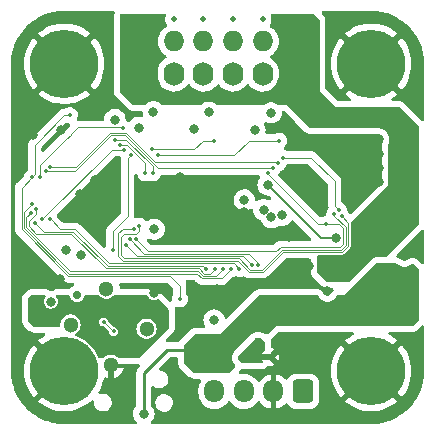
<source format=gbr>
%TF.GenerationSoftware,KiCad,Pcbnew,7.0.8*%
%TF.CreationDate,2023-10-21T20:56:22-04:00*%
%TF.ProjectId,lemon-pepper,6c656d6f-6e2d-4706-9570-7065722e6b69,rev?*%
%TF.SameCoordinates,Original*%
%TF.FileFunction,Copper,L4,Bot*%
%TF.FilePolarity,Positive*%
%FSLAX46Y46*%
G04 Gerber Fmt 4.6, Leading zero omitted, Abs format (unit mm)*
G04 Created by KiCad (PCBNEW 7.0.8) date 2023-10-21 20:56:22*
%MOMM*%
%LPD*%
G01*
G04 APERTURE LIST*
G04 Aperture macros list*
%AMRoundRect*
0 Rectangle with rounded corners*
0 $1 Rounding radius*
0 $2 $3 $4 $5 $6 $7 $8 $9 X,Y pos of 4 corners*
0 Add a 4 corners polygon primitive as box body*
4,1,4,$2,$3,$4,$5,$6,$7,$8,$9,$2,$3,0*
0 Add four circle primitives for the rounded corners*
1,1,$1+$1,$2,$3*
1,1,$1+$1,$4,$5*
1,1,$1+$1,$6,$7*
1,1,$1+$1,$8,$9*
0 Add four rect primitives between the rounded corners*
20,1,$1+$1,$2,$3,$4,$5,0*
20,1,$1+$1,$4,$5,$6,$7,0*
20,1,$1+$1,$6,$7,$8,$9,0*
20,1,$1+$1,$8,$9,$2,$3,0*%
G04 Aperture macros list end*
%TA.AperFunction,ComponentPad*%
%ADD10C,0.700000*%
%TD*%
%TA.AperFunction,ComponentPad*%
%ADD11C,1.300000*%
%TD*%
%TA.AperFunction,HeatsinkPad*%
%ADD12C,0.500000*%
%TD*%
%TA.AperFunction,ComponentPad*%
%ADD13O,1.750000X1.750000*%
%TD*%
%TA.AperFunction,ComponentPad*%
%ADD14O,1.750000X2.000000*%
%TD*%
%TA.AperFunction,ComponentPad*%
%ADD15C,5.800000*%
%TD*%
%TA.AperFunction,ComponentPad*%
%ADD16RoundRect,0.250000X0.600000X0.725000X-0.600000X0.725000X-0.600000X-0.725000X0.600000X-0.725000X0*%
%TD*%
%TA.AperFunction,ComponentPad*%
%ADD17O,1.700000X1.950000*%
%TD*%
%TA.AperFunction,SMDPad,CuDef*%
%ADD18C,0.500000*%
%TD*%
%TA.AperFunction,ViaPad*%
%ADD19C,0.800000*%
%TD*%
%TA.AperFunction,ViaPad*%
%ADD20C,0.350000*%
%TD*%
%TA.AperFunction,Conductor*%
%ADD21C,0.100000*%
%TD*%
%TA.AperFunction,Conductor*%
%ADD22C,0.250000*%
%TD*%
%TA.AperFunction,Conductor*%
%ADD23C,0.200000*%
%TD*%
G04 APERTURE END LIST*
%TA.AperFunction,EtchedComponent*%
%TO.C,NT701*%
G36*
X150775000Y-99050000D02*
G01*
X149775000Y-99050000D01*
X149775000Y-98550000D01*
X150775000Y-98550000D01*
X150775000Y-99050000D01*
G37*
%TD.AperFunction*%
%TD*%
D10*
%TO.P,J201,*%
%TO.N,*%
X134408634Y-93573979D03*
D11*
%TO.P,J201,S1,SHIELD*%
%TO.N,GND*%
X136883507Y-93008293D03*
X133842948Y-96048852D03*
X140277620Y-96402406D03*
X137237061Y-99442965D03*
%TD*%
D12*
%TO.P,M101,1*%
%TO.N,/current sense/U_OUT*%
X142600000Y-70200000D03*
D13*
X142600000Y-72075000D03*
D14*
X142600000Y-74825000D03*
D12*
%TO.P,M101,2,-*%
%TO.N,/current sense/W_OUT*%
X145100000Y-70200000D03*
D13*
X145100000Y-72075000D03*
D14*
X145100000Y-74825000D03*
D12*
%TO.P,M101,3*%
%TO.N,/half bridges/OUT1B*%
X147600000Y-70200000D03*
D13*
X147600000Y-72075000D03*
D14*
X147600000Y-74825000D03*
D12*
%TO.P,M101,4*%
%TO.N,/current sense/V_OUT*%
X150100000Y-70200000D03*
D13*
X150100000Y-72075000D03*
D14*
X150100000Y-74825000D03*
%TD*%
D15*
%TO.P,H101,1,1*%
%TO.N,GND*%
X133300000Y-99975000D03*
X159300000Y-99975000D03*
X133300000Y-73975000D03*
X159300000Y-73975000D03*
%TD*%
D16*
%TO.P,J101,1,Pin_1*%
%TO.N,Vmot*%
X153525000Y-101700000D03*
D17*
%TO.P,J101,2,Pin_2*%
%TO.N,GND*%
X151025000Y-101700000D03*
%TO.P,J101,3,Pin_3*%
%TO.N,/mcu/CANL*%
X148525000Y-101700000D03*
%TO.P,J101,4,Pin_4*%
%TO.N,/mcu/CANH*%
X146025000Y-101700000D03*
%TD*%
D18*
%TO.P,NT701,1,1*%
%TO.N,GNDA*%
X149775000Y-98800000D03*
%TO.P,NT701,2,2*%
%TO.N,GND*%
X150775000Y-98800000D03*
%TD*%
D19*
%TO.N,+3V3*%
X133425028Y-89706439D03*
%TO.N,GND*%
X153975000Y-84225000D03*
X154025000Y-91125000D03*
X141910438Y-87201525D03*
X143925000Y-101575000D03*
X130700000Y-80025000D03*
X162125000Y-90250000D03*
X135925000Y-86300000D03*
X153975000Y-85250000D03*
X159925000Y-80375000D03*
X133075000Y-79575000D03*
X137175000Y-85000000D03*
X135925000Y-85025000D03*
X152375000Y-79800000D03*
X135925000Y-83825000D03*
X159950000Y-82800000D03*
X144350000Y-88275000D03*
X134650000Y-85000000D03*
X154975000Y-84250000D03*
X132950000Y-92225000D03*
X159950000Y-83950000D03*
X137050000Y-76850000D03*
X155600000Y-93200000D03*
X147850000Y-92350000D03*
X152925000Y-84175000D03*
X152375000Y-88650000D03*
X143100000Y-83600000D03*
X146225000Y-93075000D03*
X140904600Y-93350500D03*
X143900000Y-103500000D03*
X154000000Y-83200000D03*
X148523706Y-86499157D03*
X159950000Y-81600000D03*
%TO.N,Vmot*%
X150200000Y-86325000D03*
X139000000Y-70700000D03*
X161925000Y-82200000D03*
X150850000Y-86975000D03*
X153725000Y-74775000D03*
X153750000Y-72700000D03*
X156250000Y-90950000D03*
X155325000Y-91350000D03*
X151750000Y-86800000D03*
X138975000Y-74750000D03*
X139000000Y-72750000D03*
X156150000Y-91975000D03*
X132175000Y-94100000D03*
X153725000Y-70725000D03*
X161950000Y-83375000D03*
D20*
%TO.N,/mcu/USBD_P*%
X137500000Y-96625000D03*
X136650000Y-95825000D03*
D19*
%TO.N,+3V3*%
X134766075Y-90183574D03*
X162425000Y-93700000D03*
X146800000Y-99125000D03*
X162425000Y-94575000D03*
X150825000Y-78125000D03*
X140050000Y-103600000D03*
X144600000Y-99125000D03*
X140850000Y-78031779D03*
X161175000Y-93700000D03*
X145675000Y-99125000D03*
X137600000Y-78700500D03*
X162400000Y-95425000D03*
X140924500Y-87975000D03*
X145550000Y-78083700D03*
X144100000Y-98175000D03*
X145175000Y-98175000D03*
X161175000Y-94600000D03*
X146000000Y-95675000D03*
X146300000Y-98175000D03*
X161175000Y-95450000D03*
X148550000Y-85500000D03*
D20*
%TO.N,/mcu/RESET*%
X130587500Y-83562500D03*
X133775000Y-78325000D03*
X143100000Y-93900000D03*
%TO.N,/current sense/U_SENSE*%
X138300000Y-79425000D03*
X131225000Y-83575000D03*
%TO.N,/current sense/V_SENSE*%
X141275000Y-81700000D03*
X137425000Y-89725000D03*
X138950000Y-81700000D03*
X151524500Y-80475000D03*
%TO.N,/current sense/W_SENSE*%
X138400000Y-81250000D03*
X140700000Y-81225000D03*
X131450000Y-87125000D03*
X145975000Y-80500000D03*
D19*
%TO.N,/usb/USB_5V*%
X136221584Y-97995447D03*
X135074342Y-96842749D03*
X139022580Y-95565784D03*
X141575000Y-95875000D03*
X131000000Y-94950000D03*
X137925000Y-94025000D03*
%TO.N,Net-(D603-K)*%
X156300000Y-88700000D03*
X150575000Y-84225000D03*
D20*
%TO.N,Net-(D601-K)*%
X151805811Y-81930811D03*
X156600000Y-86375000D03*
%TO.N,/half bridges/ENA*%
X155450000Y-87550000D03*
X150525000Y-83225000D03*
X139371900Y-88772810D03*
%TO.N,/encoder/SCK*%
X147450000Y-91350000D03*
X130575000Y-85875000D03*
%TO.N,/encoder/CIPO*%
X130950000Y-86300000D03*
X146050000Y-91325000D03*
%TO.N,/encoder/COPI*%
X146775000Y-91350000D03*
X130475000Y-86575000D03*
%TO.N,/encoder/CS*%
X148150000Y-91350000D03*
X132073766Y-87148766D03*
%TO.N,/encoder/CAL_EN*%
X130850000Y-87450000D03*
X145325000Y-91350000D03*
%TO.N,/mcu/CAN_TX*%
X140175000Y-83225000D03*
X138050000Y-80825000D03*
%TO.N,/mcu/CAN_RX*%
X137600000Y-80425000D03*
X140800000Y-83225000D03*
%TO.N,/half bridges/IN2B*%
X150950000Y-82825000D03*
X131750000Y-83075000D03*
%TO.N,/half bridges/IN1A*%
X156800000Y-86900000D03*
X139215802Y-87973175D03*
%TO.N,/half bridges/IN2A*%
X139650000Y-87678939D03*
X156177038Y-86685172D03*
%TO.N,/half bridges/IN1B*%
X132125000Y-82675000D03*
X151425000Y-82400000D03*
%TO.N,/mcu/DIR*%
X138850000Y-88825000D03*
X149724503Y-90975000D03*
%TO.N,/mcu/STEP*%
X138525000Y-89275000D03*
X149200000Y-90975000D03*
D19*
%TO.N,GNDA*%
X144300500Y-79500000D03*
X149450000Y-79587008D03*
X149775000Y-98800000D03*
X149775000Y-97875000D03*
X139600500Y-79375000D03*
X148625000Y-98825000D03*
%TD*%
D21*
%TO.N,/encoder/COPI*%
X130475000Y-86575000D02*
X130100000Y-86950000D01*
X145076472Y-91950000D02*
X146175000Y-91950000D01*
X130100000Y-86950000D02*
X130100000Y-87817158D01*
X130100000Y-87817158D02*
X133832842Y-91550000D01*
X133832842Y-91550000D02*
X144676472Y-91550000D01*
X144676472Y-91550000D02*
X145076472Y-91950000D01*
X146175000Y-91950000D02*
X146775000Y-91350000D01*
%TO.N,/encoder/SCK*%
X130575000Y-85875000D02*
X129900000Y-86550000D01*
X144993630Y-92150000D02*
X146650000Y-92150000D01*
X146650000Y-92150000D02*
X147450000Y-91350000D01*
X129900000Y-86550000D02*
X129900000Y-87900000D01*
X129900000Y-87900000D02*
X133750000Y-91750000D01*
X144593630Y-91750000D02*
X144993630Y-92150000D01*
X133750000Y-91750000D02*
X144593630Y-91750000D01*
%TO.N,/mcu/RESET*%
X130587500Y-83562500D02*
X129700000Y-84450000D01*
X129700000Y-84450000D02*
X129700000Y-88000000D01*
X129700000Y-88000000D02*
X133650000Y-91950000D01*
X133650000Y-91950000D02*
X142300000Y-91950000D01*
X142300000Y-91950000D02*
X143100000Y-92750000D01*
X143100000Y-92750000D02*
X143100000Y-93900000D01*
%TO.N,/mcu/USBD_P*%
X136675000Y-95825000D02*
X136650000Y-95825000D01*
X137525000Y-96600000D02*
X137450000Y-96600000D01*
X137450000Y-96600000D02*
X136675000Y-95825000D01*
D22*
%TO.N,+3V3*%
X140050000Y-103600000D02*
X140050000Y-100150000D01*
X140050000Y-100150000D02*
X142025000Y-98175000D01*
X142025000Y-98175000D02*
X144100000Y-98175000D01*
D21*
%TO.N,/mcu/RESET*%
X133319239Y-78325000D02*
X133775000Y-78325000D01*
X130825000Y-80819239D02*
X133319239Y-78325000D01*
X130587500Y-83562500D02*
X130825000Y-83325000D01*
X130825000Y-83325000D02*
X130825000Y-80819239D01*
%TO.N,/current sense/U_SENSE*%
X133469239Y-80350000D02*
X133450000Y-80350000D01*
X138300000Y-79425000D02*
X138225000Y-79350000D01*
X133850000Y-79950000D02*
X133850000Y-79969239D01*
X133850000Y-79969239D02*
X133469239Y-80350000D01*
X131225000Y-82575000D02*
X131225000Y-83575000D01*
X133450000Y-80350000D02*
X131225000Y-82575000D01*
X134450000Y-79350000D02*
X133850000Y-79950000D01*
X138225000Y-79350000D02*
X134450000Y-79350000D01*
%TO.N,/current sense/V_SENSE*%
X147725000Y-81700000D02*
X141275000Y-81700000D01*
X138675000Y-81975000D02*
X138675000Y-86875000D01*
X138950000Y-81700000D02*
X138675000Y-81975000D01*
X137425000Y-88125000D02*
X137425000Y-89725000D01*
X138675000Y-86875000D02*
X137425000Y-88125000D01*
X148950000Y-80475000D02*
X147725000Y-81700000D01*
X151524500Y-80475000D02*
X148950000Y-80475000D01*
%TO.N,/current sense/W_SENSE*%
X137325000Y-81250000D02*
X138400000Y-81250000D01*
X144325000Y-81225000D02*
X140700000Y-81225000D01*
X145975000Y-80500000D02*
X145050000Y-80500000D01*
X145050000Y-80500000D02*
X144325000Y-81225000D01*
X131450000Y-87125000D02*
X137325000Y-81250000D01*
D23*
%TO.N,Net-(D603-K)*%
X155050000Y-88700000D02*
X150575000Y-84225000D01*
X156300000Y-88700000D02*
X155050000Y-88700000D01*
D21*
%TO.N,Net-(D601-K)*%
X154230811Y-81930811D02*
X151805811Y-81930811D01*
X156225000Y-86000000D02*
X156225000Y-83925000D01*
X156225000Y-83925000D02*
X154230811Y-81930811D01*
X156600000Y-86375000D02*
X156225000Y-86000000D01*
%TO.N,/half bridges/ENA*%
X150525000Y-83275000D02*
X150525000Y-83225000D01*
X155450000Y-87550000D02*
X154800000Y-87550000D01*
X151625000Y-89500000D02*
X151275000Y-89850000D01*
X154800000Y-87550000D02*
X150525000Y-83275000D01*
X139371900Y-88821900D02*
X139371900Y-88772810D01*
X156925000Y-89209316D02*
X156634316Y-89500000D01*
X156925000Y-87873528D02*
X156925000Y-89209316D01*
X140400000Y-89850000D02*
X139371900Y-88821900D01*
X151275000Y-89850000D02*
X140400000Y-89850000D01*
X156634316Y-89500000D02*
X151625000Y-89500000D01*
X156601472Y-87550000D02*
X156925000Y-87873528D01*
X155450000Y-87550000D02*
X156601472Y-87550000D01*
%TO.N,/encoder/CIPO*%
X144709314Y-91300000D02*
X145159314Y-91750000D01*
X136825000Y-91300000D02*
X144709314Y-91300000D01*
X145625000Y-91750000D02*
X146050000Y-91325000D01*
X130300000Y-87734316D02*
X130940684Y-88375000D01*
X130940684Y-88375000D02*
X133900000Y-88375000D01*
X130300000Y-87315686D02*
X130300000Y-87734316D01*
X130950000Y-86300000D02*
X130950000Y-86665686D01*
X133900000Y-88375000D02*
X136825000Y-91300000D01*
X145159314Y-91750000D02*
X145625000Y-91750000D01*
X130950000Y-86665686D02*
X130300000Y-87315686D01*
%TO.N,/encoder/CS*%
X132153300Y-87148766D02*
X132979534Y-87975000D01*
X137100000Y-90850000D02*
X147650000Y-90850000D01*
X132073766Y-87148766D02*
X132153300Y-87148766D01*
X134225000Y-87975000D02*
X137100000Y-90850000D01*
X147650000Y-90850000D02*
X148150000Y-91350000D01*
X132979534Y-87975000D02*
X134225000Y-87975000D01*
%TO.N,/encoder/CAL_EN*%
X145050000Y-91075000D02*
X145325000Y-91350000D01*
X130850000Y-87450000D02*
X131575000Y-88175000D01*
X131575000Y-88175000D02*
X134075000Y-88175000D01*
X134075000Y-88175000D02*
X136975000Y-91075000D01*
X136975000Y-91075000D02*
X145050000Y-91075000D01*
%TO.N,/mcu/CAN_TX*%
X140175000Y-82350000D02*
X138650000Y-80825000D01*
X140175000Y-83225000D02*
X140175000Y-82350000D01*
X138650000Y-80825000D02*
X138050000Y-80825000D01*
%TO.N,/mcu/CAN_RX*%
X138575000Y-80425000D02*
X137600000Y-80425000D01*
X140800000Y-82650000D02*
X138575000Y-80425000D01*
X140800000Y-83225000D02*
X140800000Y-82650000D01*
%TO.N,/half bridges/IN2B*%
X141257842Y-82825000D02*
X150950000Y-82825000D01*
X138457842Y-80025000D02*
X141257842Y-82825000D01*
X134200000Y-83075000D02*
X137250000Y-80025000D01*
X131750000Y-83075000D02*
X134200000Y-83075000D01*
X137250000Y-80025000D02*
X138457842Y-80025000D01*
%TO.N,/half bridges/IN1A*%
X148965685Y-91600000D02*
X148015686Y-90650000D01*
X156800000Y-89900000D02*
X151807842Y-89900000D01*
X151807842Y-89900000D02*
X150107842Y-91600000D01*
X137900000Y-90250000D02*
X137900000Y-88325000D01*
X156800000Y-86900000D02*
X157325000Y-87425000D01*
X148015686Y-90650000D02*
X138300000Y-90650000D01*
X157325000Y-89375000D02*
X156800000Y-89900000D01*
X138251825Y-87973175D02*
X139215802Y-87973175D01*
X150107842Y-91600000D02*
X148965685Y-91600000D01*
X137900000Y-88325000D02*
X138251825Y-87973175D01*
X157325000Y-87425000D02*
X157325000Y-89375000D01*
X138300000Y-90650000D02*
X137900000Y-90250000D01*
%TO.N,/half bridges/IN2A*%
X149048528Y-91400000D02*
X148098528Y-90450000D01*
X138382842Y-90450000D02*
X138100000Y-90167158D01*
X157125000Y-87790686D02*
X157125000Y-89292158D01*
X138100000Y-90167158D02*
X138100000Y-88625000D01*
X156717158Y-89700000D02*
X151725000Y-89700000D01*
X139650000Y-88104663D02*
X139650000Y-87678939D01*
X157125000Y-89292158D02*
X156717158Y-89700000D01*
X138100000Y-88625000D02*
X138351825Y-88373175D01*
X138351825Y-88373175D02*
X139381488Y-88373175D01*
X148098528Y-90450000D02*
X138382842Y-90450000D01*
X151725000Y-89700000D02*
X150025000Y-91400000D01*
X139381488Y-88373175D02*
X139650000Y-88104663D01*
X156177038Y-86842724D02*
X157125000Y-87790686D01*
X156177038Y-86685172D02*
X156177038Y-86842724D01*
X150025000Y-91400000D02*
X149048528Y-91400000D01*
%TO.N,/half bridges/IN1B*%
X132125000Y-82675000D02*
X132150000Y-82700000D01*
X137167158Y-79825000D02*
X138540684Y-79825000D01*
X151275000Y-82250000D02*
X151425000Y-82400000D01*
X138540684Y-79825000D02*
X140965684Y-82250000D01*
X134292158Y-82700000D02*
X137167158Y-79825000D01*
X132150000Y-82700000D02*
X134292158Y-82700000D01*
X140965684Y-82250000D02*
X151275000Y-82250000D01*
%TO.N,/mcu/DIR*%
X148925000Y-90050000D02*
X140075000Y-90050000D01*
X140075000Y-90050000D02*
X138850000Y-88825000D01*
X149724503Y-90849503D02*
X148925000Y-90050000D01*
X149724503Y-90975000D02*
X149724503Y-90849503D01*
%TO.N,/mcu/STEP*%
X148450000Y-90250000D02*
X139500000Y-90250000D01*
X149200000Y-91000000D02*
X148450000Y-90250000D01*
X139500000Y-90250000D02*
X138525000Y-89275000D01*
%TD*%
%TA.AperFunction,Conductor*%
%TO.N,GND*%
G36*
X137513801Y-69495462D02*
G01*
X137568339Y-69550000D01*
X137588301Y-69624500D01*
X137581780Y-69663182D01*
X137583063Y-69663526D01*
X137561725Y-69743162D01*
X137561721Y-69743183D01*
X137544500Y-69873994D01*
X137544500Y-69874000D01*
X137544500Y-76354830D01*
X137546665Y-76387856D01*
X137553902Y-76442826D01*
X137553903Y-76442831D01*
X137553902Y-76442830D01*
X137559572Y-76473223D01*
X137563826Y-76496022D01*
X137617301Y-76629595D01*
X137617302Y-76629596D01*
X137655866Y-76696392D01*
X137655867Y-76696394D01*
X137730208Y-76793275D01*
X137736199Y-76801083D01*
X138707291Y-77772176D01*
X138719355Y-77783475D01*
X138740204Y-77801762D01*
X138756282Y-77815283D01*
X138880010Y-77888719D01*
X138930354Y-77909581D01*
X138951259Y-77918244D01*
X138951260Y-77918244D01*
X138951262Y-77918245D01*
X139066828Y-77950707D01*
X139066825Y-77950707D01*
X139068734Y-77950729D01*
X139138562Y-77951568D01*
X139148255Y-77952321D01*
X139170362Y-77955500D01*
X139802362Y-77955500D01*
X139876862Y-77975462D01*
X139931400Y-78030000D01*
X139950546Y-78088926D01*
X139958242Y-78162155D01*
X139964326Y-78220035D01*
X139993361Y-78309394D01*
X139997397Y-78386416D01*
X139962381Y-78455138D01*
X139897696Y-78497145D01*
X139820674Y-78501181D01*
X139695148Y-78474500D01*
X139695146Y-78474500D01*
X139505854Y-78474500D01*
X139505852Y-78474500D01*
X139417481Y-78493284D01*
X139320697Y-78513856D01*
X139320695Y-78513856D01*
X139320694Y-78513857D01*
X139147772Y-78590847D01*
X138994627Y-78702113D01*
X138873630Y-78836493D01*
X138808945Y-78878500D01*
X138731922Y-78882536D01*
X138693657Y-78868725D01*
X138686548Y-78864993D01*
X138686546Y-78864992D01*
X138583788Y-78811060D01*
X138527100Y-78758763D01*
X138504850Y-78694704D01*
X138485674Y-78512244D01*
X138427179Y-78332216D01*
X138332533Y-78168284D01*
X138332532Y-78168283D01*
X138332530Y-78168279D01*
X138205872Y-78027613D01*
X138191154Y-78016920D01*
X138052730Y-77916349D01*
X138052729Y-77916348D01*
X138052727Y-77916347D01*
X137879805Y-77839357D01*
X137879803Y-77839356D01*
X137773360Y-77816731D01*
X137694648Y-77800000D01*
X137694646Y-77800000D01*
X137505354Y-77800000D01*
X137505352Y-77800000D01*
X137405392Y-77821247D01*
X137320197Y-77839356D01*
X137320195Y-77839356D01*
X137320194Y-77839357D01*
X137147272Y-77916347D01*
X136994127Y-78027613D01*
X136867469Y-78168279D01*
X136772822Y-78332214D01*
X136772819Y-78332221D01*
X136714325Y-78512245D01*
X136698158Y-78666074D01*
X136670518Y-78738080D01*
X136610578Y-78786618D01*
X136549974Y-78799500D01*
X134533356Y-78799500D01*
X134458856Y-78779538D01*
X134404318Y-78725000D01*
X134384356Y-78650500D01*
X134394039Y-78597664D01*
X134426434Y-78512245D01*
X134435688Y-78487845D01*
X134455461Y-78325000D01*
X134435688Y-78162155D01*
X134377518Y-78008774D01*
X134294649Y-77888718D01*
X134284335Y-77873775D01*
X134284334Y-77873774D01*
X134284332Y-77873771D01*
X134161546Y-77764992D01*
X134016295Y-77688758D01*
X133857021Y-77649500D01*
X133708499Y-77649500D01*
X133695946Y-77646136D01*
X133684005Y-77651712D01*
X133533704Y-77688758D01*
X133452093Y-77731591D01*
X133402855Y-77757433D01*
X133333613Y-77774500D01*
X133328653Y-77774500D01*
X133262411Y-77772236D01*
X133220027Y-77782565D01*
X133212530Y-77783990D01*
X133169317Y-77789930D01*
X133169313Y-77789931D01*
X133154818Y-77796227D01*
X133130754Y-77804320D01*
X133115387Y-77808066D01*
X133077352Y-77829451D01*
X133070528Y-77832840D01*
X133030527Y-77850215D01*
X133030517Y-77850221D01*
X133018257Y-77860195D01*
X132997263Y-77874483D01*
X132983482Y-77882232D01*
X132983475Y-77882237D01*
X132952638Y-77913075D01*
X132946973Y-77918187D01*
X132913132Y-77945720D01*
X132913129Y-77945723D01*
X132904013Y-77958637D01*
X132887649Y-77978063D01*
X130442381Y-80423332D01*
X130393956Y-80468558D01*
X130371294Y-80505822D01*
X130367002Y-80512130D01*
X130340639Y-80546896D01*
X130340638Y-80546896D01*
X130334837Y-80561607D01*
X130323543Y-80584347D01*
X130315326Y-80597860D01*
X130315325Y-80597862D01*
X130303557Y-80639861D01*
X130301126Y-80647092D01*
X130285125Y-80687668D01*
X130285123Y-80687676D01*
X130283506Y-80703402D01*
X130278766Y-80728344D01*
X130274500Y-80743573D01*
X130274500Y-80787191D01*
X130274109Y-80794814D01*
X130269648Y-80838211D01*
X130270641Y-80843973D01*
X130272333Y-80853783D01*
X130274500Y-80879101D01*
X130274500Y-82873818D01*
X130254538Y-82948318D01*
X130207195Y-82995660D01*
X130208375Y-82997369D01*
X130200957Y-83002489D01*
X130078167Y-83111272D01*
X130078165Y-83111273D01*
X129984983Y-83246272D01*
X129984981Y-83246276D01*
X129926813Y-83399652D01*
X129926810Y-83399663D01*
X129926787Y-83399855D01*
X129926725Y-83400008D01*
X129924655Y-83408407D01*
X129923462Y-83408113D01*
X129897983Y-83471403D01*
X129884234Y-83487239D01*
X129317381Y-84054093D01*
X129268956Y-84099319D01*
X129246294Y-84136583D01*
X129242002Y-84142891D01*
X129215639Y-84177657D01*
X129215638Y-84177657D01*
X129209837Y-84192368D01*
X129198543Y-84215108D01*
X129190326Y-84228621D01*
X129190325Y-84228623D01*
X129178557Y-84270622D01*
X129176126Y-84277853D01*
X129160125Y-84318429D01*
X129160123Y-84318437D01*
X129158506Y-84334163D01*
X129153766Y-84359105D01*
X129149500Y-84374334D01*
X129149500Y-84417952D01*
X129149109Y-84425575D01*
X129144648Y-84468972D01*
X129147333Y-84484544D01*
X129149500Y-84509862D01*
X129149500Y-87990602D01*
X129147237Y-88056826D01*
X129157565Y-88099207D01*
X129158990Y-88106705D01*
X129164930Y-88149920D01*
X129170722Y-88163254D01*
X129171226Y-88164414D01*
X129179324Y-88188495D01*
X129183065Y-88203846D01*
X129183066Y-88203848D01*
X129183067Y-88203852D01*
X129183068Y-88203853D01*
X129204442Y-88241869D01*
X129207836Y-88248702D01*
X129225217Y-88288714D01*
X129225221Y-88288721D01*
X129235191Y-88300976D01*
X129249484Y-88321977D01*
X129257233Y-88335758D01*
X129288081Y-88366606D01*
X129293195Y-88372273D01*
X129320721Y-88406107D01*
X129333631Y-88415220D01*
X129353065Y-88431590D01*
X133254093Y-92332618D01*
X133299320Y-92381044D01*
X133299322Y-92381045D01*
X133336590Y-92403710D01*
X133342900Y-92408004D01*
X133377655Y-92434359D01*
X133377659Y-92434362D01*
X133392362Y-92440160D01*
X133415113Y-92451459D01*
X133428618Y-92459672D01*
X133470632Y-92471443D01*
X133477853Y-92473872D01*
X133518436Y-92489876D01*
X133534154Y-92491492D01*
X133559116Y-92496236D01*
X133561604Y-92496933D01*
X133574335Y-92500500D01*
X133617952Y-92500500D01*
X133625575Y-92500891D01*
X133638889Y-92502259D01*
X133668972Y-92505352D01*
X133684545Y-92502666D01*
X133709862Y-92500500D01*
X134022121Y-92500500D01*
X134096621Y-92520462D01*
X134151159Y-92575000D01*
X134171121Y-92649500D01*
X134151159Y-92724000D01*
X134096621Y-92778538D01*
X134069701Y-92790699D01*
X134049412Y-92797535D01*
X134049408Y-92797537D01*
X134018869Y-92815910D01*
X134010760Y-92820134D01*
X133981042Y-92833366D01*
X133941171Y-92862334D01*
X133935794Y-92865895D01*
X133908102Y-92882557D01*
X133890896Y-92892910D01*
X133890894Y-92892911D01*
X133867452Y-92915117D01*
X133860008Y-92921301D01*
X133843911Y-92932998D01*
X133836401Y-92938455D01*
X133807572Y-92970472D01*
X133742886Y-93012478D01*
X133693080Y-93018554D01*
X133693080Y-93019500D01*
X132742135Y-93019500D01*
X132614224Y-93035954D01*
X132553502Y-93051838D01*
X132433904Y-93100131D01*
X132344534Y-93168709D01*
X132273277Y-93198225D01*
X132253828Y-93199500D01*
X132096164Y-93199500D01*
X132021664Y-93179538D01*
X131998588Y-93163105D01*
X131948188Y-93119432D01*
X131817313Y-93059663D01*
X131817311Y-93059662D01*
X131817306Y-93059660D01*
X131817299Y-93059658D01*
X131750270Y-93039976D01*
X131750269Y-93039975D01*
X131750258Y-93039973D01*
X131607866Y-93019501D01*
X131607854Y-93019500D01*
X131607852Y-93019500D01*
X130612823Y-93019500D01*
X130605219Y-93019907D01*
X130585795Y-93020948D01*
X130585789Y-93020948D01*
X130585784Y-93020949D01*
X130574232Y-93022191D01*
X130545976Y-93025229D01*
X130492556Y-93033885D01*
X130492554Y-93033885D01*
X130492552Y-93033886D01*
X130444422Y-93051838D01*
X130357747Y-93084166D01*
X130357744Y-93084167D01*
X130296424Y-93117650D01*
X130296416Y-93117655D01*
X130181241Y-93203874D01*
X129894302Y-93490813D01*
X129876209Y-93510955D01*
X129876209Y-93510956D01*
X129851078Y-93542142D01*
X129819433Y-93586026D01*
X129759661Y-93716905D01*
X129759658Y-93716914D01*
X129739976Y-93783944D01*
X129739973Y-93783955D01*
X129719501Y-93926347D01*
X129719500Y-93926365D01*
X129719500Y-95712174D01*
X129720948Y-95739205D01*
X129720948Y-95739204D01*
X129725229Y-95779024D01*
X129725231Y-95779036D01*
X129733886Y-95832448D01*
X129784168Y-95967257D01*
X129792687Y-95982858D01*
X129817650Y-96028575D01*
X129817655Y-96028583D01*
X129903874Y-96143758D01*
X129903879Y-96143763D01*
X130315813Y-96555698D01*
X130335955Y-96573791D01*
X130335956Y-96573791D01*
X130335957Y-96573792D01*
X130367142Y-96598922D01*
X130411026Y-96630567D01*
X130541903Y-96690338D01*
X130559275Y-96695439D01*
X130608944Y-96710024D01*
X130608955Y-96710026D01*
X130751347Y-96730498D01*
X130751351Y-96730498D01*
X130751362Y-96730500D01*
X130751366Y-96730500D01*
X131560901Y-96730500D01*
X131635401Y-96750462D01*
X131689939Y-96805000D01*
X131709901Y-96879500D01*
X131689939Y-96954000D01*
X131637719Y-97007172D01*
X131389161Y-97156724D01*
X131095663Y-97379835D01*
X131076520Y-97397967D01*
X132393120Y-98714567D01*
X132365820Y-98731832D01*
X132178499Y-98897784D01*
X132039488Y-99068041D01*
X130725497Y-97754050D01*
X130725496Y-97754050D01*
X130589308Y-97914383D01*
X130589306Y-97914386D01*
X130382402Y-98219547D01*
X130209715Y-98545271D01*
X130209709Y-98545284D01*
X130073249Y-98887773D01*
X130073247Y-98887778D01*
X129974613Y-99243023D01*
X129974613Y-99243025D01*
X129914965Y-99606857D01*
X129914965Y-99606863D01*
X129895006Y-99974991D01*
X129895006Y-99975000D01*
X129914965Y-100343136D01*
X129914965Y-100343142D01*
X129974613Y-100706974D01*
X129974613Y-100706976D01*
X130073247Y-101062221D01*
X130073249Y-101062226D01*
X130209709Y-101404715D01*
X130209715Y-101404728D01*
X130382404Y-101730456D01*
X130382407Y-101730461D01*
X130589303Y-102035608D01*
X130589312Y-102035620D01*
X130725496Y-102195948D01*
X130725497Y-102195948D01*
X132041350Y-100880094D01*
X132095456Y-100958480D01*
X132268816Y-101138966D01*
X132394865Y-101233685D01*
X131076520Y-102552031D01*
X131095657Y-102570159D01*
X131095658Y-102570160D01*
X131389165Y-102793278D01*
X131705066Y-102983350D01*
X132039684Y-103138160D01*
X132039694Y-103138165D01*
X132389063Y-103255880D01*
X132749131Y-103335137D01*
X133115656Y-103374999D01*
X133115666Y-103375000D01*
X133484334Y-103375000D01*
X133484343Y-103374999D01*
X133850868Y-103335137D01*
X133850869Y-103335137D01*
X134210936Y-103255880D01*
X134560305Y-103138165D01*
X134560315Y-103138160D01*
X134894933Y-102983350D01*
X135210834Y-102793278D01*
X135504346Y-102570155D01*
X135586317Y-102492509D01*
X135654132Y-102455768D01*
X135731232Y-102457856D01*
X135796958Y-102498214D01*
X135833699Y-102566029D01*
X135837533Y-102609346D01*
X135832060Y-102703308D01*
X135832060Y-102703315D01*
X135862335Y-102875011D01*
X135931388Y-103035095D01*
X136035498Y-103174938D01*
X136169050Y-103287002D01*
X136169051Y-103287002D01*
X136169053Y-103287004D01*
X136324852Y-103365249D01*
X136494496Y-103405455D01*
X136494498Y-103405455D01*
X136625106Y-103405455D01*
X136625110Y-103405454D01*
X136754831Y-103390292D01*
X136918660Y-103330663D01*
X137064321Y-103234860D01*
X137094417Y-103202961D01*
X137138131Y-103156627D01*
X137183963Y-103108048D01*
X137271134Y-102957062D01*
X137321136Y-102790043D01*
X137331274Y-102615995D01*
X137300999Y-102444301D01*
X137279915Y-102395421D01*
X137231945Y-102284214D01*
X137127835Y-102144371D01*
X136994283Y-102032307D01*
X136838485Y-101954062D01*
X136838483Y-101954061D01*
X136838482Y-101954061D01*
X136668838Y-101913855D01*
X136538231Y-101913855D01*
X136538222Y-101913855D01*
X136408507Y-101929017D01*
X136408502Y-101929018D01*
X136405596Y-101930076D01*
X136403129Y-101930291D01*
X136400061Y-101931019D01*
X136399954Y-101930569D01*
X136328762Y-101936795D01*
X136258861Y-101904197D01*
X136214624Y-101841016D01*
X136207905Y-101764182D01*
X136222997Y-101720267D01*
X136390284Y-101404728D01*
X136390290Y-101404715D01*
X136526750Y-101062226D01*
X136526752Y-101062221D01*
X136625386Y-100706976D01*
X136625387Y-100706971D01*
X136636955Y-100636411D01*
X136668707Y-100566122D01*
X136731349Y-100521125D01*
X136808097Y-100513479D01*
X136837817Y-100521578D01*
X136920994Y-100553801D01*
X136921012Y-100553806D01*
X136987060Y-100566151D01*
X136987061Y-100566151D01*
X136987061Y-99817168D01*
X137039603Y-99852991D01*
X137169233Y-99892977D01*
X137270784Y-99892977D01*
X137371203Y-99877841D01*
X137487061Y-99822046D01*
X137487061Y-100566151D01*
X137553109Y-100553806D01*
X137553127Y-100553801D01*
X137751851Y-100476815D01*
X137751854Y-100476813D01*
X137933061Y-100364615D01*
X138090562Y-100221033D01*
X138218996Y-100050961D01*
X138313999Y-99860168D01*
X138361573Y-99692965D01*
X137612353Y-99692965D01*
X137660697Y-99609230D01*
X137690883Y-99476974D01*
X137680746Y-99341697D01*
X137672425Y-99320496D01*
X137715872Y-99340338D01*
X137721413Y-99341965D01*
X137782913Y-99360024D01*
X137782924Y-99360026D01*
X137925316Y-99380498D01*
X137925320Y-99380498D01*
X137925331Y-99380500D01*
X137925335Y-99380500D01*
X139575190Y-99380500D01*
X139649690Y-99400462D01*
X139704228Y-99455000D01*
X139724190Y-99529500D01*
X139704228Y-99604000D01*
X139680545Y-99634863D01*
X139668153Y-99647254D01*
X139654983Y-99657806D01*
X139655343Y-99658241D01*
X139648123Y-99664213D01*
X139624448Y-99689424D01*
X139600773Y-99714635D01*
X139590327Y-99725081D01*
X139579883Y-99735525D01*
X139579876Y-99735533D01*
X139575986Y-99740547D01*
X139571436Y-99745874D01*
X139539938Y-99779418D01*
X139539935Y-99779421D01*
X139531231Y-99795254D01*
X139518401Y-99814786D01*
X139507328Y-99829062D01*
X139507325Y-99829067D01*
X139489053Y-99871288D01*
X139485966Y-99877590D01*
X139463803Y-99917908D01*
X139463800Y-99917914D01*
X139459307Y-99935412D01*
X139451740Y-99957513D01*
X139444564Y-99974098D01*
X139444560Y-99974110D01*
X139437363Y-100019549D01*
X139435940Y-100026422D01*
X139424500Y-100070979D01*
X139424500Y-100089045D01*
X139422666Y-100112351D01*
X139419840Y-100130195D01*
X139424169Y-100175996D01*
X139424500Y-100183011D01*
X139424500Y-102891715D01*
X139404538Y-102966215D01*
X139386229Y-102991415D01*
X139317468Y-103067782D01*
X139222822Y-103231714D01*
X139222819Y-103231721D01*
X139164325Y-103411745D01*
X139144540Y-103600000D01*
X139164325Y-103788254D01*
X139211455Y-103933304D01*
X139222821Y-103968284D01*
X139257115Y-104027683D01*
X139317469Y-104132220D01*
X139401729Y-104225799D01*
X139436745Y-104294521D01*
X139432709Y-104371543D01*
X139390702Y-104436228D01*
X139321980Y-104471244D01*
X139291001Y-104474500D01*
X133300000Y-104474500D01*
X133105535Y-104466009D01*
X132905044Y-104456739D01*
X132898758Y-104456181D01*
X132698495Y-104429816D01*
X132504456Y-104402749D01*
X132498621Y-104401697D01*
X132300292Y-104357728D01*
X132110363Y-104313057D01*
X132105016Y-104311588D01*
X131910712Y-104250325D01*
X131789471Y-104209690D01*
X131725915Y-104188388D01*
X131721088Y-104186581D01*
X131532522Y-104108475D01*
X131354237Y-104029754D01*
X131349928Y-104027683D01*
X131168627Y-103933304D01*
X130998316Y-103838441D01*
X130994539Y-103836189D01*
X130821930Y-103726225D01*
X130660998Y-103615984D01*
X130657748Y-103613626D01*
X130495208Y-103488905D01*
X130345019Y-103364190D01*
X130342281Y-103361801D01*
X130191064Y-103223236D01*
X130051763Y-103083935D01*
X130036963Y-103067784D01*
X129913192Y-102932712D01*
X129910808Y-102929979D01*
X129786094Y-102779791D01*
X129661372Y-102617250D01*
X129659014Y-102614000D01*
X129628982Y-102570159D01*
X129548774Y-102453069D01*
X129508766Y-102390269D01*
X129438802Y-102280447D01*
X129436556Y-102276681D01*
X129391588Y-102195948D01*
X129341696Y-102106373D01*
X129247314Y-101925068D01*
X129245255Y-101920784D01*
X129166524Y-101742477D01*
X129088409Y-101553890D01*
X129086619Y-101549107D01*
X129024674Y-101364287D01*
X128963408Y-101169976D01*
X128961947Y-101164660D01*
X128917271Y-100974707D01*
X128906249Y-100924991D01*
X128873295Y-100776345D01*
X128872255Y-100770578D01*
X128845183Y-100576504D01*
X128818815Y-100376221D01*
X128818260Y-100369966D01*
X128808996Y-100169602D01*
X128800500Y-99975000D01*
X128800500Y-99974500D01*
X128800500Y-73975000D01*
X129895006Y-73975000D01*
X129914965Y-74343136D01*
X129914965Y-74343142D01*
X129974613Y-74706974D01*
X129974613Y-74706976D01*
X130073247Y-75062221D01*
X130073249Y-75062226D01*
X130209709Y-75404715D01*
X130209715Y-75404728D01*
X130382404Y-75730456D01*
X130382407Y-75730461D01*
X130589303Y-76035608D01*
X130589312Y-76035620D01*
X130725496Y-76195948D01*
X130725497Y-76195948D01*
X132041350Y-74880094D01*
X132095456Y-74958480D01*
X132268816Y-75138966D01*
X132394865Y-75233686D01*
X131076520Y-76552031D01*
X131095657Y-76570159D01*
X131095658Y-76570160D01*
X131389165Y-76793278D01*
X131705066Y-76983350D01*
X132039684Y-77138160D01*
X132039694Y-77138165D01*
X132389063Y-77255880D01*
X132749131Y-77335137D01*
X133115656Y-77374999D01*
X133115666Y-77375000D01*
X133484334Y-77375000D01*
X133484343Y-77374999D01*
X133632236Y-77358915D01*
X133659484Y-77363130D01*
X133692389Y-77352373D01*
X133850868Y-77335137D01*
X133850869Y-77335137D01*
X134210936Y-77255880D01*
X134560305Y-77138165D01*
X134560315Y-77138160D01*
X134894933Y-76983350D01*
X135210834Y-76793278D01*
X135504352Y-76570151D01*
X135523479Y-76552032D01*
X134206879Y-75235432D01*
X134234180Y-75218168D01*
X134421501Y-75052216D01*
X134560511Y-74881958D01*
X135874501Y-76195948D01*
X136010690Y-76035617D01*
X136010694Y-76035611D01*
X136217592Y-75730461D01*
X136217595Y-75730456D01*
X136390284Y-75404728D01*
X136390290Y-75404715D01*
X136526750Y-75062226D01*
X136526752Y-75062221D01*
X136625386Y-74706976D01*
X136625386Y-74706974D01*
X136685034Y-74343142D01*
X136685034Y-74343136D01*
X136704994Y-73975000D01*
X136704994Y-73974991D01*
X136685034Y-73606863D01*
X136685034Y-73606857D01*
X136625386Y-73243025D01*
X136625386Y-73243023D01*
X136526752Y-72887778D01*
X136526750Y-72887773D01*
X136390290Y-72545284D01*
X136390284Y-72545271D01*
X136217595Y-72219543D01*
X136217592Y-72219538D01*
X136010696Y-71914391D01*
X136010687Y-71914379D01*
X135874502Y-71754050D01*
X135874501Y-71754050D01*
X134558648Y-73069903D01*
X134504544Y-72991520D01*
X134331184Y-72811034D01*
X134205132Y-72716312D01*
X135523479Y-71397966D01*
X135504347Y-71379844D01*
X135210834Y-71156721D01*
X134894933Y-70966649D01*
X134560315Y-70811839D01*
X134560305Y-70811834D01*
X134210936Y-70694119D01*
X133850868Y-70614862D01*
X133484343Y-70575000D01*
X133115656Y-70575000D01*
X132749131Y-70614862D01*
X132749130Y-70614862D01*
X132389063Y-70694119D01*
X132039694Y-70811834D01*
X132039684Y-70811839D01*
X131705066Y-70966649D01*
X131389165Y-71156721D01*
X131095663Y-71379835D01*
X131076520Y-71397967D01*
X132393120Y-72714567D01*
X132365820Y-72731832D01*
X132178499Y-72897784D01*
X132039488Y-73068041D01*
X130725497Y-71754050D01*
X130725496Y-71754050D01*
X130589308Y-71914383D01*
X130589306Y-71914386D01*
X130382402Y-72219547D01*
X130209715Y-72545271D01*
X130209709Y-72545284D01*
X130073249Y-72887773D01*
X130073247Y-72887778D01*
X129974613Y-73243023D01*
X129974613Y-73243025D01*
X129914965Y-73606857D01*
X129914965Y-73606863D01*
X129895006Y-73974991D01*
X129895006Y-73975000D01*
X128800500Y-73975000D01*
X128809000Y-73780296D01*
X128818260Y-73580029D01*
X128818814Y-73573783D01*
X128845190Y-73373443D01*
X128872256Y-73179412D01*
X128873293Y-73173663D01*
X128917275Y-72975271D01*
X128961951Y-72785324D01*
X128963404Y-72780036D01*
X129024653Y-72585780D01*
X129025316Y-72583800D01*
X129086636Y-72400846D01*
X129088404Y-72396121D01*
X129166524Y-72207523D01*
X129245270Y-72029180D01*
X129247299Y-72024960D01*
X129341704Y-71843610D01*
X129436575Y-71673285D01*
X129438810Y-71669540D01*
X129548778Y-71496923D01*
X129659037Y-71335966D01*
X129661346Y-71332782D01*
X129786091Y-71170212D01*
X129910871Y-71019946D01*
X129913159Y-71017324D01*
X130051742Y-70866088D01*
X130191088Y-70726742D01*
X130193616Y-70724424D01*
X130342324Y-70588159D01*
X130344946Y-70585871D01*
X130495219Y-70461086D01*
X130657782Y-70336346D01*
X130660966Y-70334037D01*
X130821923Y-70223778D01*
X130994542Y-70113808D01*
X130998285Y-70111575D01*
X131168610Y-70016704D01*
X131349960Y-69922299D01*
X131354180Y-69920270D01*
X131532523Y-69841524D01*
X131721121Y-69763404D01*
X131725846Y-69761636D01*
X131910780Y-69699653D01*
X131913560Y-69698776D01*
X132105036Y-69638404D01*
X132110324Y-69636951D01*
X132300271Y-69592275D01*
X132498663Y-69548293D01*
X132504412Y-69547256D01*
X132698458Y-69520188D01*
X132898783Y-69493814D01*
X132905029Y-69493260D01*
X133105296Y-69484000D01*
X133300000Y-69475500D01*
X133300500Y-69475500D01*
X137439301Y-69475500D01*
X137513801Y-69495462D01*
G37*
%TD.AperFunction*%
%TA.AperFunction,Conductor*%
G36*
X163755859Y-96169743D02*
G01*
X163794423Y-96236538D01*
X163799500Y-96275102D01*
X163799500Y-99975000D01*
X163791009Y-100169464D01*
X163781739Y-100369954D01*
X163781181Y-100376240D01*
X163754816Y-100576504D01*
X163727749Y-100770542D01*
X163726697Y-100776376D01*
X163682728Y-100974707D01*
X163638057Y-101164635D01*
X163636588Y-101169982D01*
X163575325Y-101364287D01*
X163513390Y-101549075D01*
X163511581Y-101553910D01*
X163433475Y-101742477D01*
X163354753Y-101920762D01*
X163352683Y-101925070D01*
X163258304Y-102106373D01*
X163163441Y-102276682D01*
X163161189Y-102280459D01*
X163051225Y-102453069D01*
X162940984Y-102614000D01*
X162938626Y-102617250D01*
X162813905Y-102779791D01*
X162689190Y-102929979D01*
X162686802Y-102932717D01*
X162548236Y-103083935D01*
X162408935Y-103223236D01*
X162257717Y-103361802D01*
X162254979Y-103364190D01*
X162104791Y-103488905D01*
X161942250Y-103613626D01*
X161939000Y-103615984D01*
X161778069Y-103726225D01*
X161605459Y-103836189D01*
X161601682Y-103838441D01*
X161431373Y-103933304D01*
X161250070Y-104027683D01*
X161245762Y-104029753D01*
X161067477Y-104108475D01*
X160878910Y-104186581D01*
X160874075Y-104188390D01*
X160689287Y-104250325D01*
X160494982Y-104311588D01*
X160489635Y-104313057D01*
X160299707Y-104357728D01*
X160101376Y-104401697D01*
X160095542Y-104402749D01*
X159901504Y-104429816D01*
X159701240Y-104456181D01*
X159694954Y-104456739D01*
X159494464Y-104466009D01*
X159300000Y-104474500D01*
X140808999Y-104474500D01*
X140734499Y-104454538D01*
X140679961Y-104400000D01*
X140659999Y-104325500D01*
X140679961Y-104251000D01*
X140698271Y-104225799D01*
X140782530Y-104132220D01*
X140782531Y-104132218D01*
X140782533Y-104132216D01*
X140877179Y-103968284D01*
X140935674Y-103788256D01*
X140955460Y-103600000D01*
X140935674Y-103411744D01*
X140878330Y-103235261D01*
X140875207Y-103175676D01*
X140854040Y-103167267D01*
X140813979Y-103122251D01*
X140782533Y-103067784D01*
X140753098Y-103035093D01*
X140713771Y-102991415D01*
X140678756Y-102922693D01*
X140675500Y-102891715D01*
X140675500Y-102731338D01*
X141012588Y-102731338D01*
X141042863Y-102903034D01*
X141079831Y-102988735D01*
X141090819Y-103063754D01*
X141119738Y-103078489D01*
X141139554Y-103100241D01*
X141216026Y-103202961D01*
X141349578Y-103315025D01*
X141349579Y-103315025D01*
X141349581Y-103315027D01*
X141505380Y-103393272D01*
X141675024Y-103433478D01*
X141675026Y-103433478D01*
X141805634Y-103433478D01*
X141805638Y-103433477D01*
X141935359Y-103418315D01*
X142099188Y-103358686D01*
X142244849Y-103262883D01*
X142364491Y-103136071D01*
X142451662Y-102985085D01*
X142501664Y-102818066D01*
X142511802Y-102644018D01*
X142481527Y-102472324D01*
X142474386Y-102455768D01*
X142412473Y-102312237D01*
X142308363Y-102172394D01*
X142174811Y-102060330D01*
X142019013Y-101982085D01*
X142019011Y-101982084D01*
X142019010Y-101982084D01*
X141849366Y-101941878D01*
X141718759Y-101941878D01*
X141718750Y-101941878D01*
X141589035Y-101957040D01*
X141589031Y-101957040D01*
X141425206Y-102016668D01*
X141425204Y-102016669D01*
X141425202Y-102016670D01*
X141325255Y-102082406D01*
X141279536Y-102112476D01*
X141159904Y-102239278D01*
X141159896Y-102239289D01*
X141072728Y-102390269D01*
X141072727Y-102390271D01*
X141047359Y-102475009D01*
X141024301Y-102552031D01*
X141022726Y-102557291D01*
X141012588Y-102731332D01*
X141012588Y-102731338D01*
X140675500Y-102731338D01*
X140675500Y-101399610D01*
X140695462Y-101325110D01*
X140750000Y-101270572D01*
X140824500Y-101250610D01*
X140899000Y-101270572D01*
X140920277Y-101285471D01*
X140961854Y-101320359D01*
X140961855Y-101320359D01*
X140961857Y-101320361D01*
X141117656Y-101398606D01*
X141287300Y-101438812D01*
X141287302Y-101438812D01*
X141417910Y-101438812D01*
X141417914Y-101438811D01*
X141547635Y-101423649D01*
X141711464Y-101364020D01*
X141857125Y-101268217D01*
X141873737Y-101250610D01*
X141976761Y-101141411D01*
X141976767Y-101141405D01*
X142063938Y-100990419D01*
X142113940Y-100823400D01*
X142124078Y-100649352D01*
X142093803Y-100477658D01*
X142093440Y-100476815D01*
X142024749Y-100317571D01*
X141920639Y-100177728D01*
X141787087Y-100065664D01*
X141631289Y-99987419D01*
X141631287Y-99987418D01*
X141631286Y-99987418D01*
X141461642Y-99947212D01*
X141461640Y-99947212D01*
X141459277Y-99946652D01*
X141391389Y-99910047D01*
X141350899Y-99844402D01*
X141348655Y-99767306D01*
X141385260Y-99699418D01*
X141388280Y-99696309D01*
X141684128Y-99400462D01*
X142240449Y-98844141D01*
X142307244Y-98805577D01*
X142345808Y-98800500D01*
X142820500Y-98800500D01*
X142895000Y-98820462D01*
X142949538Y-98875000D01*
X142969500Y-98949500D01*
X142969500Y-99312177D01*
X142970949Y-99339216D01*
X142971070Y-99340338D01*
X142975229Y-99379024D01*
X142975231Y-99379036D01*
X142983886Y-99432448D01*
X142992298Y-99455000D01*
X143034166Y-99567252D01*
X143034167Y-99567255D01*
X143067650Y-99628575D01*
X143067655Y-99628583D01*
X143153874Y-99743758D01*
X143153879Y-99743763D01*
X143865813Y-100455698D01*
X143885955Y-100473791D01*
X143885956Y-100473791D01*
X143885957Y-100473792D01*
X143917142Y-100498922D01*
X143961026Y-100530567D01*
X144091903Y-100590338D01*
X144115899Y-100597384D01*
X144158944Y-100610024D01*
X144158955Y-100610026D01*
X144301347Y-100630498D01*
X144301351Y-100630498D01*
X144301362Y-100630500D01*
X144751464Y-100630500D01*
X144825964Y-100650462D01*
X144880502Y-100705000D01*
X144900464Y-100779500D01*
X144880502Y-100854000D01*
X144873522Y-100864955D01*
X144871128Y-100868375D01*
X144850967Y-100897166D01*
X144850965Y-100897171D01*
X144774001Y-101062221D01*
X144751096Y-101111340D01*
X144689937Y-101339590D01*
X144689937Y-101339592D01*
X144674500Y-101516034D01*
X144674500Y-101883966D01*
X144683659Y-101988647D01*
X144689937Y-102060409D01*
X144712435Y-102144372D01*
X144751097Y-102288663D01*
X144850965Y-102502829D01*
X144986505Y-102696401D01*
X145153599Y-102863495D01*
X145347170Y-102999035D01*
X145561337Y-103098903D01*
X145789592Y-103160063D01*
X146025000Y-103180659D01*
X146260408Y-103160063D01*
X146488663Y-103098903D01*
X146702829Y-102999035D01*
X146896401Y-102863495D01*
X147063495Y-102696401D01*
X147152948Y-102568648D01*
X147212029Y-102519073D01*
X147287986Y-102505680D01*
X147360463Y-102532059D01*
X147397051Y-102568647D01*
X147486505Y-102696401D01*
X147653599Y-102863495D01*
X147847170Y-102999035D01*
X148061337Y-103098903D01*
X148289592Y-103160063D01*
X148525000Y-103180659D01*
X148760408Y-103160063D01*
X148988663Y-103098903D01*
X149202829Y-102999035D01*
X149396401Y-102863495D01*
X149563495Y-102696401D01*
X149653252Y-102568214D01*
X149712334Y-102518637D01*
X149788291Y-102505244D01*
X149860767Y-102531623D01*
X149897359Y-102568214D01*
X149986891Y-102696079D01*
X150153923Y-102863111D01*
X150347411Y-102998593D01*
X150347420Y-102998599D01*
X150561508Y-103098430D01*
X150561513Y-103098432D01*
X150775000Y-103155634D01*
X150775000Y-102108018D01*
X150889801Y-102160446D01*
X150991025Y-102175000D01*
X151058975Y-102175000D01*
X151160199Y-102160446D01*
X151275000Y-102108018D01*
X151275000Y-103155633D01*
X151488486Y-103098432D01*
X151702580Y-102998597D01*
X151896079Y-102863108D01*
X152020974Y-102738213D01*
X152087768Y-102699649D01*
X152164896Y-102699649D01*
X152231692Y-102738213D01*
X152253146Y-102765347D01*
X152332288Y-102893656D01*
X152456344Y-103017712D01*
X152605666Y-103109814D01*
X152772203Y-103164999D01*
X152874991Y-103175500D01*
X154175008Y-103175499D01*
X154277797Y-103164999D01*
X154444334Y-103109814D01*
X154593656Y-103017712D01*
X154717712Y-102893656D01*
X154809814Y-102744334D01*
X154864999Y-102577797D01*
X154875500Y-102475009D01*
X154875499Y-100924992D01*
X154864999Y-100822203D01*
X154809814Y-100655666D01*
X154717712Y-100506344D01*
X154593656Y-100382288D01*
X154444334Y-100290186D01*
X154361065Y-100262593D01*
X154277798Y-100235001D01*
X154260665Y-100233250D01*
X154175009Y-100224500D01*
X154175004Y-100224500D01*
X152874996Y-100224500D01*
X152772202Y-100235001D01*
X152605666Y-100290186D01*
X152456343Y-100382288D01*
X152332288Y-100506343D01*
X152253150Y-100634648D01*
X152197049Y-100687577D01*
X152122000Y-100705364D01*
X152048112Y-100683244D01*
X152020974Y-100661786D01*
X151896076Y-100536888D01*
X151702588Y-100401406D01*
X151702579Y-100401400D01*
X151488491Y-100301569D01*
X151488489Y-100301568D01*
X151275000Y-100244364D01*
X151275000Y-101291981D01*
X151160199Y-101239554D01*
X151058975Y-101225000D01*
X150991025Y-101225000D01*
X150889801Y-101239554D01*
X150775000Y-101291981D01*
X150775000Y-100244364D01*
X150774999Y-100244364D01*
X150561512Y-100301568D01*
X150347419Y-100401402D01*
X150153920Y-100536891D01*
X149986888Y-100703923D01*
X149897358Y-100831785D01*
X149838274Y-100881362D01*
X149762318Y-100894755D01*
X149689842Y-100868375D01*
X149653251Y-100831785D01*
X149647380Y-100823400D01*
X149563495Y-100703599D01*
X149396401Y-100536505D01*
X149202830Y-100400965D01*
X148988663Y-100301097D01*
X148988661Y-100301096D01*
X148760409Y-100239937D01*
X148525000Y-100219341D01*
X148289590Y-100239937D01*
X148260300Y-100247785D01*
X148183172Y-100247783D01*
X148116378Y-100209218D01*
X148077815Y-100142422D01*
X148077817Y-100065294D01*
X148116380Y-99998502D01*
X148124819Y-99990064D01*
X148192626Y-99905922D01*
X148202883Y-99889962D01*
X148259950Y-99838082D01*
X148335316Y-99821686D01*
X148349432Y-99823033D01*
X148362331Y-99824888D01*
X148401352Y-99830499D01*
X148401358Y-99830499D01*
X148401362Y-99830500D01*
X148401366Y-99830500D01*
X149994155Y-99830500D01*
X149994161Y-99830500D01*
X150065304Y-99823034D01*
X150099096Y-99819488D01*
X150099098Y-99819487D01*
X150099103Y-99819487D01*
X150149465Y-99808799D01*
X150249828Y-99776243D01*
X150371653Y-99699690D01*
X150424919Y-99654475D01*
X150485542Y-99585933D01*
X150549849Y-99543356D01*
X150613832Y-99536586D01*
X150774999Y-99554746D01*
X150775001Y-99554746D01*
X150942948Y-99535822D01*
X151101714Y-99480267D01*
X150706079Y-99084632D01*
X150667515Y-99017837D01*
X150663254Y-98963703D01*
X150680460Y-98800000D01*
X151128553Y-98800000D01*
X151455267Y-99126714D01*
X151510822Y-98967948D01*
X151529746Y-98800001D01*
X151529746Y-98799998D01*
X151510822Y-98632051D01*
X151455267Y-98473284D01*
X151128553Y-98799999D01*
X151128553Y-98800000D01*
X150680460Y-98800000D01*
X150663565Y-98639255D01*
X150675631Y-98563079D01*
X150701150Y-98523839D01*
X150705535Y-98518983D01*
X150705536Y-98518981D01*
X150705542Y-98518975D01*
X150705538Y-98518978D01*
X150712506Y-98509865D01*
X150719012Y-98502433D01*
X150775001Y-98446446D01*
X151101714Y-98119731D01*
X150955288Y-98068494D01*
X150891562Y-98025046D01*
X150858097Y-97955556D01*
X150855500Y-97927856D01*
X150855500Y-97562826D01*
X150854052Y-97535795D01*
X150854052Y-97535796D01*
X150854051Y-97535784D01*
X150851876Y-97515555D01*
X150849771Y-97495976D01*
X150846827Y-97477807D01*
X150841114Y-97442552D01*
X150825755Y-97401375D01*
X150818424Y-97324600D01*
X150850463Y-97254441D01*
X150876066Y-97230029D01*
X150911018Y-97203865D01*
X151415743Y-96699141D01*
X151482538Y-96660577D01*
X151521102Y-96655500D01*
X157700691Y-96655500D01*
X157775191Y-96675462D01*
X157829729Y-96730000D01*
X157849691Y-96804500D01*
X157829729Y-96879000D01*
X157775191Y-96933538D01*
X157763254Y-96939729D01*
X157705070Y-96966647D01*
X157389165Y-97156721D01*
X157095663Y-97379835D01*
X157076520Y-97397967D01*
X158393120Y-98714567D01*
X158365820Y-98731832D01*
X158178499Y-98897784D01*
X158039488Y-99068041D01*
X156725497Y-97754050D01*
X156725496Y-97754050D01*
X156589308Y-97914383D01*
X156589306Y-97914386D01*
X156382402Y-98219547D01*
X156209715Y-98545271D01*
X156209709Y-98545284D01*
X156073249Y-98887773D01*
X156073247Y-98887778D01*
X155974613Y-99243023D01*
X155974613Y-99243025D01*
X155914965Y-99606857D01*
X155914965Y-99606863D01*
X155895006Y-99974991D01*
X155895006Y-99975000D01*
X155914965Y-100343136D01*
X155914965Y-100343142D01*
X155974613Y-100706974D01*
X155974613Y-100706976D01*
X156073247Y-101062221D01*
X156073249Y-101062226D01*
X156209709Y-101404715D01*
X156209715Y-101404728D01*
X156382404Y-101730456D01*
X156382407Y-101730461D01*
X156589303Y-102035608D01*
X156589312Y-102035620D01*
X156725496Y-102195948D01*
X156725497Y-102195948D01*
X158041350Y-100880094D01*
X158095456Y-100958480D01*
X158268816Y-101138966D01*
X158394865Y-101233686D01*
X157076520Y-102552031D01*
X157095657Y-102570159D01*
X157095658Y-102570160D01*
X157389165Y-102793278D01*
X157705066Y-102983350D01*
X158039684Y-103138160D01*
X158039694Y-103138165D01*
X158389063Y-103255880D01*
X158749131Y-103335137D01*
X159115656Y-103374999D01*
X159115666Y-103375000D01*
X159484334Y-103375000D01*
X159484343Y-103374999D01*
X159850868Y-103335137D01*
X159850869Y-103335137D01*
X160210936Y-103255880D01*
X160560305Y-103138165D01*
X160560315Y-103138160D01*
X160894933Y-102983350D01*
X161210834Y-102793278D01*
X161504352Y-102570151D01*
X161523479Y-102552032D01*
X160206879Y-101235432D01*
X160234180Y-101218168D01*
X160421501Y-101052216D01*
X160560511Y-100881958D01*
X161874501Y-102195948D01*
X162010690Y-102035617D01*
X162010694Y-102035611D01*
X162217592Y-101730461D01*
X162217595Y-101730456D01*
X162390284Y-101404728D01*
X162390290Y-101404715D01*
X162526750Y-101062226D01*
X162526752Y-101062221D01*
X162625386Y-100706976D01*
X162625386Y-100706974D01*
X162685034Y-100343142D01*
X162685034Y-100343136D01*
X162704994Y-99975000D01*
X162704994Y-99974991D01*
X162685034Y-99606863D01*
X162685034Y-99606857D01*
X162625386Y-99243025D01*
X162625386Y-99243023D01*
X162526752Y-98887778D01*
X162526750Y-98887773D01*
X162390290Y-98545284D01*
X162390284Y-98545271D01*
X162217595Y-98219543D01*
X162217592Y-98219538D01*
X162010696Y-97914391D01*
X162010687Y-97914379D01*
X161874502Y-97754050D01*
X161874501Y-97754050D01*
X160558648Y-99069903D01*
X160504544Y-98991520D01*
X160331184Y-98811034D01*
X160205132Y-98716312D01*
X161523479Y-97397966D01*
X161504347Y-97379844D01*
X161210834Y-97156721D01*
X160894929Y-96966647D01*
X160836746Y-96939729D01*
X160777513Y-96890330D01*
X160750916Y-96817933D01*
X160764080Y-96741937D01*
X160813479Y-96682704D01*
X160885876Y-96656107D01*
X160899309Y-96655500D01*
X162812174Y-96655500D01*
X162812177Y-96655500D01*
X162819780Y-96655092D01*
X162839205Y-96654052D01*
X162839204Y-96654052D01*
X162839210Y-96654051D01*
X162839216Y-96654051D01*
X162850768Y-96652808D01*
X162879024Y-96649771D01*
X162882448Y-96649216D01*
X162932448Y-96641114D01*
X163067257Y-96590832D01*
X163128580Y-96557347D01*
X163243761Y-96471123D01*
X163545142Y-96169742D01*
X163611936Y-96131179D01*
X163689064Y-96131179D01*
X163755859Y-96169743D01*
G37*
%TD.AperFunction*%
%TA.AperFunction,Conductor*%
G36*
X154145000Y-90470462D02*
G01*
X154199538Y-90525000D01*
X154219500Y-90599500D01*
X154219500Y-91612174D01*
X154220948Y-91639205D01*
X154220948Y-91639204D01*
X154225229Y-91679024D01*
X154225231Y-91679036D01*
X154233886Y-91732448D01*
X154277374Y-91849044D01*
X154284166Y-91867252D01*
X154284167Y-91867255D01*
X154317650Y-91928575D01*
X154317655Y-91928583D01*
X154403874Y-92043758D01*
X154403879Y-92043763D01*
X155140813Y-92780698D01*
X155160955Y-92798791D01*
X155160956Y-92798791D01*
X155160957Y-92798792D01*
X155192142Y-92823922D01*
X155236026Y-92855567D01*
X155366903Y-92915338D01*
X155377508Y-92918452D01*
X155433944Y-92935024D01*
X155433955Y-92935026D01*
X155576347Y-92955498D01*
X155576351Y-92955498D01*
X155576362Y-92955500D01*
X155973961Y-92955500D01*
X156048461Y-92975462D01*
X156102999Y-93030000D01*
X156122961Y-93104500D01*
X156102999Y-93179000D01*
X156076780Y-93212338D01*
X156072337Y-93216574D01*
X156067545Y-93221144D01*
X156067527Y-93221163D01*
X155978595Y-93334250D01*
X155978595Y-93334251D01*
X155929149Y-93419893D01*
X155910842Y-93445091D01*
X155876244Y-93483517D01*
X155853094Y-93504362D01*
X155811253Y-93534761D01*
X155784276Y-93550336D01*
X155737043Y-93571365D01*
X155707423Y-93580989D01*
X155656836Y-93591743D01*
X155625853Y-93595000D01*
X155574144Y-93595000D01*
X155543168Y-93591744D01*
X155492582Y-93580992D01*
X155462958Y-93571366D01*
X155415720Y-93550334D01*
X155388746Y-93534761D01*
X155346899Y-93504358D01*
X155323754Y-93483517D01*
X155289156Y-93445092D01*
X155270847Y-93419891D01*
X155221407Y-93334257D01*
X155221403Y-93334251D01*
X155221402Y-93334249D01*
X155149471Y-93238161D01*
X155145627Y-93234130D01*
X155109132Y-93195854D01*
X155109122Y-93195845D01*
X155016576Y-93119433D01*
X154983878Y-93104500D01*
X154885699Y-93059662D01*
X154885696Y-93059661D01*
X154885687Y-93059658D01*
X154818658Y-93039976D01*
X154818657Y-93039975D01*
X154818646Y-93039973D01*
X154676254Y-93019501D01*
X154676242Y-93019500D01*
X154676240Y-93019500D01*
X149887823Y-93019500D01*
X149880219Y-93019907D01*
X149860795Y-93020948D01*
X149860789Y-93020948D01*
X149860784Y-93020949D01*
X149849232Y-93022191D01*
X149820976Y-93025229D01*
X149767556Y-93033885D01*
X149767554Y-93033885D01*
X149767552Y-93033886D01*
X149719422Y-93051838D01*
X149632747Y-93084166D01*
X149632744Y-93084167D01*
X149571424Y-93117650D01*
X149571416Y-93117655D01*
X149456241Y-93203874D01*
X149456236Y-93203879D01*
X147128157Y-95531957D01*
X147061362Y-95570521D01*
X146984234Y-95570521D01*
X146917439Y-95531957D01*
X146881093Y-95472646D01*
X146827179Y-95306716D01*
X146732533Y-95142784D01*
X146732532Y-95142783D01*
X146732530Y-95142779D01*
X146605872Y-95002113D01*
X146452727Y-94890847D01*
X146279805Y-94813857D01*
X146279803Y-94813856D01*
X146173360Y-94791231D01*
X146094648Y-94774500D01*
X146094646Y-94774500D01*
X145905354Y-94774500D01*
X145905352Y-94774500D01*
X145805392Y-94795747D01*
X145720197Y-94813856D01*
X145720195Y-94813856D01*
X145720194Y-94813857D01*
X145547272Y-94890847D01*
X145394127Y-95002113D01*
X145267469Y-95142779D01*
X145172822Y-95306714D01*
X145172819Y-95306721D01*
X145114325Y-95486745D01*
X145094540Y-95675000D01*
X145114325Y-95863254D01*
X145172819Y-96043278D01*
X145172821Y-96043284D01*
X145172824Y-96043289D01*
X145232124Y-96146001D01*
X145252086Y-96220501D01*
X145232123Y-96295001D01*
X145177585Y-96349538D01*
X145103086Y-96369500D01*
X144362823Y-96369500D01*
X144355219Y-96369907D01*
X144335795Y-96370948D01*
X144335789Y-96370948D01*
X144335784Y-96370949D01*
X144324232Y-96372191D01*
X144295976Y-96375229D01*
X144242556Y-96383885D01*
X144242554Y-96383885D01*
X144242552Y-96383886D01*
X144192907Y-96402403D01*
X144107747Y-96434166D01*
X144107744Y-96434167D01*
X144046424Y-96467650D01*
X144046416Y-96467655D01*
X143931241Y-96553874D01*
X143144302Y-97340813D01*
X143126209Y-97360955D01*
X143126208Y-97360957D01*
X143110988Y-97379844D01*
X143101078Y-97392142D01*
X143069431Y-97436028D01*
X143057388Y-97462399D01*
X143008280Y-97521873D01*
X142936015Y-97548826D01*
X142921854Y-97549500D01*
X142110503Y-97549500D01*
X142093716Y-97547646D01*
X142093663Y-97548209D01*
X142084330Y-97547326D01*
X142055991Y-97548217D01*
X141980900Y-97530605D01*
X141924677Y-97477807D01*
X141902385Y-97403971D01*
X141919997Y-97328880D01*
X141945949Y-97293935D01*
X142505697Y-96734188D01*
X142509010Y-96730500D01*
X142523791Y-96714045D01*
X142523791Y-96714044D01*
X142527031Y-96710024D01*
X142548922Y-96682858D01*
X142580567Y-96638974D01*
X142640338Y-96508097D01*
X142652215Y-96467650D01*
X142660024Y-96441056D01*
X142660024Y-96441055D01*
X142660026Y-96441044D01*
X142680498Y-96298652D01*
X142680500Y-96298634D01*
X142680500Y-94837826D01*
X142679052Y-94810795D01*
X142679052Y-94810796D01*
X142679051Y-94810784D01*
X142677808Y-94799232D01*
X142674771Y-94770976D01*
X142666115Y-94717558D01*
X142666114Y-94717557D01*
X142666114Y-94717552D01*
X142666111Y-94717546D01*
X142665459Y-94715081D01*
X142665463Y-94713536D01*
X142664943Y-94710325D01*
X142665472Y-94710239D01*
X142665682Y-94637953D01*
X142704439Y-94571270D01*
X142771345Y-94532899D01*
X142848473Y-94533122D01*
X142856149Y-94535611D01*
X142858701Y-94536240D01*
X142858705Y-94536242D01*
X143017979Y-94575500D01*
X143017980Y-94575500D01*
X143182020Y-94575500D01*
X143182021Y-94575500D01*
X143341295Y-94536242D01*
X143486546Y-94460008D01*
X143609332Y-94351229D01*
X143702518Y-94216226D01*
X143760688Y-94062845D01*
X143780461Y-93900000D01*
X143760688Y-93737155D01*
X143702518Y-93583774D01*
X143682207Y-93554349D01*
X143676874Y-93546622D01*
X143650983Y-93473969D01*
X143650500Y-93461982D01*
X143650500Y-92759397D01*
X143652762Y-92693174D01*
X143642436Y-92650803D01*
X143641010Y-92643301D01*
X143639495Y-92632276D01*
X143635070Y-92600080D01*
X143628772Y-92585581D01*
X143620672Y-92561493D01*
X143616934Y-92546153D01*
X143616933Y-92546148D01*
X143603650Y-92522524D01*
X143584539Y-92447801D01*
X143605349Y-92373534D01*
X143660505Y-92319621D01*
X143733529Y-92300500D01*
X144303887Y-92300500D01*
X144378387Y-92320462D01*
X144409246Y-92344141D01*
X144504238Y-92439132D01*
X144597709Y-92532603D01*
X144642950Y-92581044D01*
X144674254Y-92600080D01*
X144680224Y-92603710D01*
X144686536Y-92608007D01*
X144721286Y-92634360D01*
X144721287Y-92634360D01*
X144721288Y-92634361D01*
X144735991Y-92640159D01*
X144758743Y-92651459D01*
X144772248Y-92659672D01*
X144814260Y-92671443D01*
X144821474Y-92673868D01*
X144862065Y-92689876D01*
X144877785Y-92691491D01*
X144902745Y-92696235D01*
X144917965Y-92700500D01*
X144961590Y-92700500D01*
X144969213Y-92700891D01*
X144978948Y-92701891D01*
X145012601Y-92705351D01*
X145025260Y-92703168D01*
X145028176Y-92702666D01*
X145053489Y-92700500D01*
X146640603Y-92700500D01*
X146706826Y-92702762D01*
X146749212Y-92692431D01*
X146756689Y-92691011D01*
X146799920Y-92685070D01*
X146814418Y-92678771D01*
X146838501Y-92670673D01*
X146853852Y-92666933D01*
X146891873Y-92645554D01*
X146898709Y-92642159D01*
X146938720Y-92624780D01*
X146950977Y-92614806D01*
X146971975Y-92600515D01*
X146985759Y-92592766D01*
X147016618Y-92561905D01*
X147022257Y-92556816D01*
X147056108Y-92529278D01*
X147065221Y-92516365D01*
X147081584Y-92496939D01*
X147530526Y-92047997D01*
X147597319Y-92009435D01*
X147600100Y-92008719D01*
X147691295Y-91986242D01*
X147730756Y-91965530D01*
X147805997Y-91948584D01*
X147869242Y-91965530D01*
X147908705Y-91986242D01*
X148067979Y-92025500D01*
X148232020Y-92025500D01*
X148232021Y-92025500D01*
X148391295Y-91986242D01*
X148412742Y-91974985D01*
X148487982Y-91958037D01*
X148561618Y-91980980D01*
X148590882Y-92005215D01*
X148615004Y-92031043D01*
X148615006Y-92031045D01*
X148652276Y-92053709D01*
X148658579Y-92057998D01*
X148693342Y-92084361D01*
X148708049Y-92090160D01*
X148730799Y-92101460D01*
X148744303Y-92109672D01*
X148744305Y-92109672D01*
X148744306Y-92109673D01*
X148786306Y-92121441D01*
X148793539Y-92123873D01*
X148834120Y-92139876D01*
X148840473Y-92140529D01*
X148849838Y-92141492D01*
X148874797Y-92146234D01*
X148890020Y-92150500D01*
X148933636Y-92150500D01*
X148941259Y-92150891D01*
X148954573Y-92152259D01*
X148984656Y-92155352D01*
X149000229Y-92152666D01*
X149025546Y-92150500D01*
X150098445Y-92150500D01*
X150164668Y-92152762D01*
X150207054Y-92142431D01*
X150214531Y-92141011D01*
X150257762Y-92135070D01*
X150272260Y-92128771D01*
X150296343Y-92120673D01*
X150311694Y-92116933D01*
X150349715Y-92095554D01*
X150356551Y-92092159D01*
X150361158Y-92090158D01*
X150396562Y-92074780D01*
X150408819Y-92064806D01*
X150429817Y-92050515D01*
X150443601Y-92042766D01*
X150474460Y-92011905D01*
X150480099Y-92006816D01*
X150513950Y-91979278D01*
X150523063Y-91966365D01*
X150539426Y-91946939D01*
X151992225Y-90494141D01*
X152059020Y-90455577D01*
X152097584Y-90450500D01*
X154070500Y-90450500D01*
X154145000Y-90470462D01*
G37*
%TD.AperFunction*%
%TA.AperFunction,Conductor*%
G36*
X142084757Y-92520462D02*
G01*
X142115616Y-92544141D01*
X142505859Y-92934384D01*
X142544423Y-93001179D01*
X142549500Y-93039743D01*
X142549500Y-93461982D01*
X142529538Y-93536482D01*
X142523126Y-93546622D01*
X142497482Y-93583773D01*
X142497480Y-93583778D01*
X142439312Y-93737152D01*
X142419539Y-93900001D01*
X142426872Y-93960398D01*
X142416034Y-94036761D01*
X142368467Y-94097474D01*
X142296916Y-94126270D01*
X142220553Y-94115432D01*
X142173599Y-94083715D01*
X142050282Y-93960398D01*
X141650420Y-93560535D01*
X141644010Y-93554349D01*
X141637420Y-93548101D01*
X141519234Y-93466043D01*
X141519231Y-93466041D01*
X141479833Y-93446320D01*
X141456755Y-93434768D01*
X141320242Y-93389331D01*
X141320240Y-93389330D01*
X141320237Y-93389330D01*
X141176455Y-93384194D01*
X141176448Y-93384194D01*
X141110935Y-93391237D01*
X141106983Y-93391662D01*
X141106972Y-93391663D01*
X141106970Y-93391663D01*
X140963980Y-93428161D01*
X140886858Y-93427244D01*
X140820526Y-93387889D01*
X140801789Y-93364353D01*
X140738874Y-93266457D01*
X140693119Y-93213653D01*
X140684619Y-93206287D01*
X140584383Y-93119431D01*
X140453510Y-93059663D01*
X140453508Y-93059662D01*
X140453503Y-93059660D01*
X140453496Y-93059658D01*
X140386467Y-93039976D01*
X140386466Y-93039975D01*
X140386455Y-93039973D01*
X140244063Y-93019501D01*
X140244051Y-93019500D01*
X140244049Y-93019500D01*
X138175304Y-93019500D01*
X138100804Y-92999538D01*
X138046266Y-92945000D01*
X138026940Y-92884248D01*
X138018769Y-92796080D01*
X137988666Y-92690276D01*
X137987478Y-92613157D01*
X138025009Y-92545776D01*
X138091202Y-92506188D01*
X138131978Y-92500500D01*
X142010257Y-92500500D01*
X142084757Y-92520462D01*
G37*
%TD.AperFunction*%
%TA.AperFunction,Conductor*%
G36*
X163755859Y-88069743D02*
G01*
X163794423Y-88136538D01*
X163799500Y-88175102D01*
X163799500Y-90799898D01*
X163779538Y-90874398D01*
X163725000Y-90928936D01*
X163650500Y-90948898D01*
X163576000Y-90928936D01*
X163545141Y-90905257D01*
X163496346Y-90856462D01*
X163218850Y-90578965D01*
X163193012Y-90556414D01*
X163193007Y-90556410D01*
X163193007Y-90556409D01*
X163154220Y-90526939D01*
X163152653Y-90525748D01*
X163152651Y-90525746D01*
X163095397Y-90488078D01*
X162961319Y-90435877D01*
X162908344Y-90423559D01*
X162899802Y-90420614D01*
X162893264Y-90420052D01*
X162749911Y-90407741D01*
X162749910Y-90407741D01*
X162749909Y-90407741D01*
X162608897Y-90436315D01*
X162608888Y-90436317D01*
X162543088Y-90459795D01*
X162415838Y-90526939D01*
X162336252Y-90584761D01*
X162309276Y-90600336D01*
X162262043Y-90621365D01*
X162232423Y-90630989D01*
X162181836Y-90641743D01*
X162150853Y-90645000D01*
X162099144Y-90645000D01*
X162068167Y-90641744D01*
X162017580Y-90630991D01*
X161987956Y-90621366D01*
X161940718Y-90600334D01*
X161913748Y-90584763D01*
X161847178Y-90536398D01*
X161842718Y-90532891D01*
X161835715Y-90526939D01*
X161815214Y-90509513D01*
X161815209Y-90509509D01*
X161815208Y-90509508D01*
X161761138Y-90469432D01*
X161630263Y-90409663D01*
X161630261Y-90409662D01*
X161630256Y-90409660D01*
X161630249Y-90409658D01*
X161563220Y-90389976D01*
X161563219Y-90389975D01*
X161563213Y-90389974D01*
X161562068Y-90389810D01*
X161561808Y-90389698D01*
X161559482Y-90389242D01*
X161559519Y-90389051D01*
X161559521Y-90389041D01*
X161559579Y-90388744D01*
X161491167Y-90359448D01*
X161444947Y-90297704D01*
X161435791Y-90221121D01*
X161466153Y-90150220D01*
X161477906Y-90136977D01*
X163545143Y-88069741D01*
X163611936Y-88031179D01*
X163689064Y-88031179D01*
X163755859Y-88069743D01*
G37*
%TD.AperFunction*%
%TA.AperFunction,Conductor*%
G36*
X138027854Y-81817566D02*
G01*
X138042865Y-81825444D01*
X138099556Y-81877740D01*
X138122503Y-81951375D01*
X138121843Y-81972612D01*
X138119647Y-81993969D01*
X138119648Y-81993972D01*
X138122333Y-82009544D01*
X138124500Y-82034862D01*
X138124500Y-86585256D01*
X138104538Y-86659756D01*
X138080859Y-86690615D01*
X137042381Y-87729093D01*
X136993956Y-87774319D01*
X136971294Y-87811583D01*
X136967002Y-87817891D01*
X136940639Y-87852657D01*
X136940638Y-87852657D01*
X136934837Y-87867368D01*
X136923543Y-87890108D01*
X136915326Y-87903621D01*
X136915325Y-87903623D01*
X136903557Y-87945622D01*
X136901126Y-87952853D01*
X136885125Y-87993429D01*
X136885123Y-87993437D01*
X136883506Y-88009163D01*
X136878766Y-88034105D01*
X136874500Y-88049334D01*
X136874500Y-88092952D01*
X136874109Y-88100575D01*
X136869648Y-88143972D01*
X136872333Y-88159544D01*
X136874500Y-88184862D01*
X136874500Y-89286982D01*
X136854538Y-89361482D01*
X136848126Y-89371622D01*
X136822482Y-89408773D01*
X136822481Y-89408776D01*
X136798289Y-89472566D01*
X136753206Y-89535146D01*
X136682873Y-89566800D01*
X136606135Y-89559046D01*
X136553613Y-89525088D01*
X134620906Y-87592381D01*
X134575679Y-87543955D01*
X134575675Y-87543952D01*
X134538411Y-87521291D01*
X134532102Y-87516997D01*
X134497339Y-87490637D01*
X134482632Y-87484837D01*
X134459884Y-87473538D01*
X134446383Y-87465328D01*
X134446379Y-87465326D01*
X134412065Y-87455712D01*
X134404367Y-87453555D01*
X134397139Y-87451124D01*
X134356562Y-87435123D01*
X134356563Y-87435123D01*
X134340843Y-87433507D01*
X134315888Y-87428765D01*
X134300666Y-87424500D01*
X134300665Y-87424500D01*
X134257048Y-87424500D01*
X134249425Y-87424109D01*
X134214207Y-87420488D01*
X134206028Y-87419648D01*
X134206027Y-87419648D01*
X134196691Y-87421257D01*
X134190454Y-87422333D01*
X134165138Y-87424500D01*
X133269276Y-87424500D01*
X133194776Y-87404538D01*
X133163917Y-87380859D01*
X132951342Y-87168284D01*
X132735975Y-86952916D01*
X132702019Y-86900398D01*
X132676284Y-86832540D01*
X132676281Y-86832535D01*
X132676280Y-86832533D01*
X132673778Y-86827765D01*
X132656835Y-86752521D01*
X132679784Y-86678886D01*
X132700350Y-86653173D01*
X137509384Y-81844141D01*
X137576179Y-81805577D01*
X137614743Y-81800500D01*
X137958613Y-81800500D01*
X138027854Y-81817566D01*
G37*
%TD.AperFunction*%
%TA.AperFunction,Conductor*%
G36*
X139449000Y-83310337D02*
G01*
X139503538Y-83364875D01*
X139513817Y-83386539D01*
X139514311Y-83387843D01*
X139514312Y-83387845D01*
X139572482Y-83541226D01*
X139596977Y-83576713D01*
X139665664Y-83676224D01*
X139665665Y-83676225D01*
X139665668Y-83676229D01*
X139788454Y-83785008D01*
X139933705Y-83861242D01*
X140092979Y-83900500D01*
X140092980Y-83900500D01*
X140257021Y-83900500D01*
X140416291Y-83861243D01*
X140416291Y-83861242D01*
X140416295Y-83861242D01*
X140418253Y-83860214D01*
X140420104Y-83859797D01*
X140424722Y-83858046D01*
X140424970Y-83858701D01*
X140493493Y-83843266D01*
X140550128Y-83858440D01*
X140550278Y-83858046D01*
X140554184Y-83859527D01*
X140556746Y-83860214D01*
X140558705Y-83861242D01*
X140558707Y-83861242D01*
X140558708Y-83861243D01*
X140717979Y-83900500D01*
X140882020Y-83900500D01*
X140882021Y-83900500D01*
X141041295Y-83861242D01*
X141186546Y-83785008D01*
X141309332Y-83676229D01*
X141402518Y-83541226D01*
X141428900Y-83471663D01*
X141473984Y-83409083D01*
X141544317Y-83377429D01*
X141568217Y-83375500D01*
X149756783Y-83375500D01*
X149831283Y-83395462D01*
X149885821Y-83450000D01*
X149896100Y-83471663D01*
X149906979Y-83500348D01*
X149914733Y-83577085D01*
X149883079Y-83647419D01*
X149878392Y-83652884D01*
X149842467Y-83692783D01*
X149842466Y-83692784D01*
X149747822Y-83856714D01*
X149747819Y-83856721D01*
X149689325Y-84036745D01*
X149669540Y-84225000D01*
X149689325Y-84413254D01*
X149699355Y-84444123D01*
X149747821Y-84593284D01*
X149774132Y-84638856D01*
X149842469Y-84757220D01*
X149969127Y-84897886D01*
X149969129Y-84897888D01*
X150122270Y-85009151D01*
X150295197Y-85086144D01*
X150436315Y-85116139D01*
X150480352Y-85125500D01*
X150480354Y-85125500D01*
X150564547Y-85125500D01*
X150639047Y-85145462D01*
X150669906Y-85169141D01*
X150785244Y-85284479D01*
X150823808Y-85351274D01*
X150823808Y-85428402D01*
X150785244Y-85495197D01*
X150718449Y-85533761D01*
X150641321Y-85533761D01*
X150619281Y-85525956D01*
X150479805Y-85463857D01*
X150479803Y-85463856D01*
X150373360Y-85441231D01*
X150294648Y-85424500D01*
X150294646Y-85424500D01*
X150105354Y-85424500D01*
X150105352Y-85424500D01*
X150005392Y-85445747D01*
X149920197Y-85463856D01*
X149920195Y-85463856D01*
X149920194Y-85463857D01*
X149747271Y-85540848D01*
X149688936Y-85583230D01*
X149616931Y-85610869D01*
X149540753Y-85598803D01*
X149480813Y-85550263D01*
X149453175Y-85478261D01*
X149435674Y-85311744D01*
X149377179Y-85131716D01*
X149282533Y-84967784D01*
X149282532Y-84967783D01*
X149282530Y-84967779D01*
X149155872Y-84827113D01*
X149059672Y-84757220D01*
X149002730Y-84715849D01*
X149002729Y-84715848D01*
X149002727Y-84715847D01*
X148829805Y-84638857D01*
X148829803Y-84638856D01*
X148723360Y-84616231D01*
X148644648Y-84599500D01*
X148644646Y-84599500D01*
X148455354Y-84599500D01*
X148455352Y-84599500D01*
X148355392Y-84620747D01*
X148270197Y-84638856D01*
X148270195Y-84638856D01*
X148270194Y-84638857D01*
X148097272Y-84715847D01*
X147944127Y-84827113D01*
X147817469Y-84967779D01*
X147722822Y-85131714D01*
X147722819Y-85131721D01*
X147664325Y-85311745D01*
X147644540Y-85500000D01*
X147664325Y-85688254D01*
X147698289Y-85792784D01*
X147722821Y-85868284D01*
X147754859Y-85923775D01*
X147817469Y-86032220D01*
X147923448Y-86149920D01*
X147944129Y-86172888D01*
X148097270Y-86284151D01*
X148270197Y-86361144D01*
X148411315Y-86391139D01*
X148455352Y-86400500D01*
X148455354Y-86400500D01*
X148644648Y-86400500D01*
X148684004Y-86392134D01*
X148829803Y-86361144D01*
X149002730Y-86284151D01*
X149061062Y-86241769D01*
X149133066Y-86214130D01*
X149209244Y-86226195D01*
X149269184Y-86274733D01*
X149296825Y-86346739D01*
X149296825Y-86346740D01*
X149314325Y-86513254D01*
X149371954Y-86690615D01*
X149372821Y-86693284D01*
X149425665Y-86784812D01*
X149467469Y-86857220D01*
X149587019Y-86989992D01*
X149594129Y-86997888D01*
X149747270Y-87109151D01*
X149919881Y-87186003D01*
X149979821Y-87234541D01*
X150000983Y-87276076D01*
X150022821Y-87343284D01*
X150039247Y-87371735D01*
X150117469Y-87507220D01*
X150244127Y-87647886D01*
X150244129Y-87647888D01*
X150397270Y-87759151D01*
X150570197Y-87836144D01*
X150701128Y-87863974D01*
X150755352Y-87875500D01*
X150755354Y-87875500D01*
X150944648Y-87875500D01*
X150984004Y-87867134D01*
X151129803Y-87836144D01*
X151302730Y-87759151D01*
X151391330Y-87694779D01*
X151463330Y-87667139D01*
X151509878Y-87669578D01*
X151628448Y-87694781D01*
X151655353Y-87700500D01*
X151655354Y-87700500D01*
X151844648Y-87700500D01*
X151884004Y-87692134D01*
X152029803Y-87661144D01*
X152202730Y-87584151D01*
X152355871Y-87472888D01*
X152446950Y-87371735D01*
X152482530Y-87332220D01*
X152482531Y-87332218D01*
X152482533Y-87332216D01*
X152513716Y-87278204D01*
X152568253Y-87223668D01*
X152642752Y-87203706D01*
X152717253Y-87223668D01*
X152748112Y-87247347D01*
X154195906Y-88695141D01*
X154234470Y-88761936D01*
X154234470Y-88839064D01*
X154195906Y-88905859D01*
X154129111Y-88944423D01*
X154090547Y-88949500D01*
X151634414Y-88949500D01*
X151568170Y-88947236D01*
X151525795Y-88957564D01*
X151518296Y-88958989D01*
X151475084Y-88964928D01*
X151475077Y-88964930D01*
X151460573Y-88971230D01*
X151436506Y-88979323D01*
X151421153Y-88983065D01*
X151421144Y-88983068D01*
X151383120Y-89004447D01*
X151376288Y-89007841D01*
X151336278Y-89025221D01*
X151324017Y-89035196D01*
X151303018Y-89049487D01*
X151289243Y-89057232D01*
X151258399Y-89088075D01*
X151252735Y-89093186D01*
X151218893Y-89120720D01*
X151218890Y-89120723D01*
X151209774Y-89133637D01*
X151193411Y-89153062D01*
X151090617Y-89255858D01*
X151023822Y-89294423D01*
X150985257Y-89299500D01*
X140689743Y-89299500D01*
X140615243Y-89279538D01*
X140584384Y-89255859D01*
X140347890Y-89019365D01*
X140309326Y-88952570D01*
X140309326Y-88875442D01*
X140347890Y-88808647D01*
X140414685Y-88770083D01*
X140491813Y-88770083D01*
X140513855Y-88777888D01*
X140644697Y-88836144D01*
X140785815Y-88866139D01*
X140829852Y-88875500D01*
X140829854Y-88875500D01*
X141019148Y-88875500D01*
X141058504Y-88867134D01*
X141204303Y-88836144D01*
X141377230Y-88759151D01*
X141530371Y-88647888D01*
X141635914Y-88530671D01*
X141657030Y-88507220D01*
X141657031Y-88507218D01*
X141657033Y-88507216D01*
X141751679Y-88343284D01*
X141810174Y-88163256D01*
X141829960Y-87975000D01*
X141810174Y-87786744D01*
X141751679Y-87606716D01*
X141657033Y-87442784D01*
X141657032Y-87442783D01*
X141657030Y-87442779D01*
X141530372Y-87302113D01*
X141516810Y-87292260D01*
X141377230Y-87190849D01*
X141377229Y-87190848D01*
X141377227Y-87190847D01*
X141204305Y-87113857D01*
X141204303Y-87113856D01*
X141097860Y-87091231D01*
X141019148Y-87074500D01*
X141019146Y-87074500D01*
X140829854Y-87074500D01*
X140829852Y-87074500D01*
X140729892Y-87095747D01*
X140644697Y-87113856D01*
X140644695Y-87113856D01*
X140644694Y-87113857D01*
X140471770Y-87190848D01*
X140370231Y-87264620D01*
X140298226Y-87292260D01*
X140222047Y-87280194D01*
X140165438Y-87234351D01*
X140165314Y-87234462D01*
X140164653Y-87233715D01*
X140162108Y-87231655D01*
X140160025Y-87228714D01*
X140159334Y-87227713D01*
X140159332Y-87227710D01*
X140036546Y-87118931D01*
X139891295Y-87042697D01*
X139732021Y-87003439D01*
X139567979Y-87003439D01*
X139411549Y-87041995D01*
X139334436Y-87040442D01*
X139268432Y-87000541D01*
X139231221Y-86932983D01*
X139227673Y-86882084D01*
X139228472Y-86874319D01*
X139229137Y-86867846D01*
X139230352Y-86856030D01*
X139230351Y-86856029D01*
X139230352Y-86856028D01*
X139227666Y-86840447D01*
X139225500Y-86815134D01*
X139225500Y-83439375D01*
X139245462Y-83364875D01*
X139300000Y-83310337D01*
X139374500Y-83290375D01*
X139449000Y-83310337D01*
G37*
%TD.AperFunction*%
%TA.AperFunction,Conductor*%
G36*
X154015568Y-82501273D02*
G01*
X154046427Y-82524952D01*
X155630859Y-84109383D01*
X155669423Y-84176178D01*
X155674500Y-84214742D01*
X155674500Y-85990602D01*
X155672237Y-86056826D01*
X155682565Y-86099207D01*
X155683989Y-86106697D01*
X155684973Y-86113856D01*
X155687992Y-86135823D01*
X155678360Y-86212348D01*
X155663005Y-86240752D01*
X155574521Y-86368944D01*
X155574518Y-86368950D01*
X155516350Y-86522324D01*
X155496577Y-86685173D01*
X155499403Y-86708449D01*
X155488565Y-86784812D01*
X155440998Y-86845525D01*
X155376518Y-86871479D01*
X155376731Y-86872343D01*
X155370650Y-86873841D01*
X155369465Y-86874319D01*
X155367983Y-86874499D01*
X155208703Y-86913758D01*
X155208702Y-86913759D01*
X155131061Y-86954508D01*
X155055818Y-86971454D01*
X154982182Y-86948508D01*
X154956459Y-86927934D01*
X151484012Y-83455487D01*
X151445448Y-83388692D01*
X151445448Y-83311564D01*
X151466747Y-83265486D01*
X151552516Y-83141229D01*
X151552517Y-83141227D01*
X151552516Y-83141227D01*
X151552518Y-83141226D01*
X151556974Y-83129473D01*
X151602055Y-83066893D01*
X151660640Y-83037635D01*
X151666295Y-83036242D01*
X151669567Y-83034525D01*
X151672861Y-83032795D01*
X151811546Y-82960008D01*
X151934332Y-82851229D01*
X152027518Y-82716226D01*
X152073246Y-82595652D01*
X152118329Y-82533072D01*
X152143317Y-82516556D01*
X152177954Y-82498377D01*
X152247197Y-82481311D01*
X153941068Y-82481311D01*
X154015568Y-82501273D01*
G37*
%TD.AperFunction*%
%TA.AperFunction,Conductor*%
G36*
X151953398Y-77975462D02*
G01*
X151984256Y-77999140D01*
X152850107Y-78864992D01*
X153710615Y-79725500D01*
X153710616Y-79725501D01*
X153735493Y-79747319D01*
X153735492Y-79747318D01*
X153735500Y-79747324D01*
X153735501Y-79747325D01*
X153779489Y-79781078D01*
X153824123Y-79811676D01*
X153956386Y-79868314D01*
X154030886Y-79888276D01*
X154161718Y-79905500D01*
X159834811Y-79905500D01*
X159909311Y-79925462D01*
X159913489Y-79927966D01*
X159914955Y-79928877D01*
X159914963Y-79928883D01*
X159942208Y-79944141D01*
X159995663Y-79974078D01*
X159995665Y-79974079D01*
X159995676Y-79974085D01*
X160109280Y-80024665D01*
X160136250Y-80040237D01*
X160178098Y-80070641D01*
X160201247Y-80091484D01*
X160235837Y-80129900D01*
X160254146Y-80155099D01*
X160280009Y-80199894D01*
X160292675Y-80228345D01*
X160295210Y-80236144D01*
X160308656Y-80277527D01*
X160315132Y-80307993D01*
X160320538Y-80359423D01*
X160320538Y-80390573D01*
X160315133Y-80442001D01*
X160308657Y-80472470D01*
X160276535Y-80571334D01*
X160276534Y-80571335D01*
X160276534Y-80571334D01*
X160265371Y-80617834D01*
X160258017Y-80648464D01*
X160250724Y-80694508D01*
X160244500Y-80773589D01*
X160244500Y-81144716D01*
X160245921Y-81155513D01*
X160247339Y-81166284D01*
X160247097Y-81206925D01*
X160244501Y-81224982D01*
X160244500Y-81225005D01*
X160244500Y-83953895D01*
X160224538Y-84028395D01*
X160200859Y-84059254D01*
X157639952Y-86620161D01*
X157573157Y-86658725D01*
X157496029Y-86658725D01*
X157429234Y-86620161D01*
X157407822Y-86591062D01*
X157407637Y-86591191D01*
X157403389Y-86585038D01*
X157402660Y-86584046D01*
X157402520Y-86583780D01*
X157402518Y-86583774D01*
X157351091Y-86509269D01*
X157306029Y-86443985D01*
X157280740Y-86377304D01*
X157280460Y-86375003D01*
X157280461Y-86375000D01*
X157260688Y-86212155D01*
X157202518Y-86058774D01*
X157109332Y-85923771D01*
X156986546Y-85814992D01*
X156978965Y-85811013D01*
X156855255Y-85746084D01*
X156798566Y-85693786D01*
X156775621Y-85620150D01*
X156775500Y-85614152D01*
X156775500Y-83934397D01*
X156777762Y-83868174D01*
X156767436Y-83825803D01*
X156766010Y-83818301D01*
X156765147Y-83812028D01*
X156760070Y-83775080D01*
X156753772Y-83760581D01*
X156745672Y-83736493D01*
X156741933Y-83721148D01*
X156720551Y-83683120D01*
X156717163Y-83676299D01*
X156699780Y-83636280D01*
X156689805Y-83624020D01*
X156675510Y-83603016D01*
X156667765Y-83589241D01*
X156636921Y-83558397D01*
X156631807Y-83552730D01*
X156622448Y-83541226D01*
X156604278Y-83518892D01*
X156591364Y-83509776D01*
X156571931Y-83493407D01*
X155603476Y-82524952D01*
X154626718Y-81548193D01*
X154581491Y-81499767D01*
X154581490Y-81499766D01*
X154581486Y-81499763D01*
X154544222Y-81477102D01*
X154537913Y-81472808D01*
X154503150Y-81446448D01*
X154488443Y-81440648D01*
X154465695Y-81429349D01*
X154452194Y-81421139D01*
X154452190Y-81421137D01*
X154417876Y-81411523D01*
X154410178Y-81409366D01*
X154402950Y-81406935D01*
X154362373Y-81390934D01*
X154362374Y-81390934D01*
X154346654Y-81389318D01*
X154321699Y-81384576D01*
X154306477Y-81380311D01*
X154306476Y-81380311D01*
X154262859Y-81380311D01*
X154255236Y-81379920D01*
X154220018Y-81376299D01*
X154211839Y-81375459D01*
X154211838Y-81375459D01*
X154202502Y-81377068D01*
X154196265Y-81378144D01*
X154170949Y-81380311D01*
X152247198Y-81380311D01*
X152177955Y-81363244D01*
X152069572Y-81306360D01*
X152047105Y-81294568D01*
X151987093Y-81279777D01*
X151919535Y-81242566D01*
X151879634Y-81176561D01*
X151878081Y-81099449D01*
X151915292Y-81031891D01*
X151923938Y-81023586D01*
X152033832Y-80926229D01*
X152127018Y-80791226D01*
X152185188Y-80637845D01*
X152204961Y-80475000D01*
X152185188Y-80312155D01*
X152127018Y-80158774D01*
X152059775Y-80061356D01*
X152033835Y-80023775D01*
X152033834Y-80023774D01*
X152033832Y-80023771D01*
X151911046Y-79914992D01*
X151765795Y-79838758D01*
X151606521Y-79799500D01*
X151442479Y-79799500D01*
X151393084Y-79811675D01*
X151283204Y-79838758D01*
X151225976Y-79868794D01*
X151152355Y-79907433D01*
X151083113Y-79924500D01*
X150485470Y-79924500D01*
X150410970Y-79904538D01*
X150356432Y-79850000D01*
X150336470Y-79775500D01*
X150337286Y-79759926D01*
X150340904Y-79725500D01*
X150355460Y-79587008D01*
X150335674Y-79398752D01*
X150277179Y-79218724D01*
X150232992Y-79142190D01*
X150213031Y-79067693D01*
X150232993Y-78993193D01*
X150287531Y-78938655D01*
X150362031Y-78918693D01*
X150422633Y-78931574D01*
X150545197Y-78986144D01*
X150665438Y-79011701D01*
X150730352Y-79025500D01*
X150730354Y-79025500D01*
X150919648Y-79025500D01*
X150959004Y-79017134D01*
X151104803Y-78986144D01*
X151277730Y-78909151D01*
X151430871Y-78797888D01*
X151514810Y-78704665D01*
X151557530Y-78657220D01*
X151557531Y-78657218D01*
X151557533Y-78657216D01*
X151652179Y-78493284D01*
X151710674Y-78313256D01*
X151730460Y-78125000D01*
X151729942Y-78120074D01*
X151742007Y-78043898D01*
X151790545Y-77983957D01*
X151862550Y-77956316D01*
X151878126Y-77955500D01*
X151878898Y-77955500D01*
X151953398Y-77975462D01*
G37*
%TD.AperFunction*%
%TA.AperFunction,Conductor*%
G36*
X133692979Y-79000500D02*
G01*
X133692982Y-79000500D01*
X133699611Y-79002134D01*
X133767168Y-79039345D01*
X133807069Y-79105350D01*
X133808622Y-79182463D01*
X133771411Y-79250020D01*
X133769311Y-79252163D01*
X133467382Y-79554092D01*
X133418956Y-79599319D01*
X133396293Y-79636586D01*
X133391999Y-79642894D01*
X133376823Y-79662907D01*
X133370132Y-79670581D01*
X133184682Y-79856030D01*
X133168888Y-79868438D01*
X133169178Y-79868794D01*
X133149013Y-79885198D01*
X133128020Y-79899486D01*
X133114242Y-79907233D01*
X133114237Y-79907237D01*
X133083405Y-79938070D01*
X133077741Y-79943182D01*
X133043891Y-79970722D01*
X133034777Y-79983634D01*
X133018409Y-80003065D01*
X131629859Y-81391616D01*
X131563064Y-81430180D01*
X131485936Y-81430180D01*
X131419141Y-81391616D01*
X131380577Y-81324821D01*
X131375500Y-81286257D01*
X131375500Y-81108981D01*
X131395462Y-81034481D01*
X131419137Y-81003626D01*
X133416374Y-79006388D01*
X133483167Y-78967826D01*
X133557386Y-78967079D01*
X133692979Y-79000500D01*
G37*
%TD.AperFunction*%
%TA.AperFunction,Conductor*%
G36*
X159494602Y-69483996D02*
G01*
X159694966Y-69493260D01*
X159701221Y-69493815D01*
X159901571Y-69520192D01*
X160095578Y-69547255D01*
X160101345Y-69548295D01*
X160299710Y-69592271D01*
X160489661Y-69636948D01*
X160494977Y-69638408D01*
X160622788Y-69678707D01*
X160689219Y-69699653D01*
X160722180Y-69710700D01*
X160874134Y-69761629D01*
X160878906Y-69763415D01*
X161067446Y-69841511D01*
X161245794Y-69920260D01*
X161250060Y-69922310D01*
X161431369Y-70016693D01*
X161601681Y-70111557D01*
X161605458Y-70113810D01*
X161691522Y-70168637D01*
X161778059Y-70223768D01*
X161939014Y-70334024D01*
X161942239Y-70336364D01*
X162104780Y-70461086D01*
X162255012Y-70585837D01*
X162257715Y-70588196D01*
X162408911Y-70726741D01*
X162548258Y-70866088D01*
X162686798Y-71017278D01*
X162689175Y-71020002D01*
X162813912Y-71170217D01*
X162938634Y-71332759D01*
X162940984Y-71335998D01*
X163051229Y-71496936D01*
X163087109Y-71553256D01*
X163161188Y-71669540D01*
X163163440Y-71673316D01*
X163258309Y-71843636D01*
X163352688Y-72024938D01*
X163354751Y-72029231D01*
X163433492Y-72207564D01*
X163492347Y-72349652D01*
X163511574Y-72396070D01*
X163513384Y-72400906D01*
X163575346Y-72585780D01*
X163636583Y-72779999D01*
X163638052Y-72785346D01*
X163682737Y-72975331D01*
X163726697Y-73173622D01*
X163727749Y-73179456D01*
X163754816Y-73373495D01*
X163781181Y-73573758D01*
X163781739Y-73580044D01*
X163791009Y-73780535D01*
X163799500Y-73975000D01*
X163799500Y-78649897D01*
X163779538Y-78724397D01*
X163725000Y-78778935D01*
X163650500Y-78798897D01*
X163576000Y-78778935D01*
X163545141Y-78755256D01*
X162114384Y-77324499D01*
X162089507Y-77302681D01*
X162089508Y-77302682D01*
X162045512Y-77268923D01*
X162000877Y-77238324D01*
X161868617Y-77181687D01*
X161868602Y-77181682D01*
X161794119Y-77161725D01*
X161794098Y-77161721D01*
X161663287Y-77144500D01*
X161663282Y-77144500D01*
X161163750Y-77144500D01*
X161089250Y-77124538D01*
X161034712Y-77070000D01*
X161014750Y-76995500D01*
X161034712Y-76921000D01*
X161086932Y-76867828D01*
X161210838Y-76793275D01*
X161504352Y-76570151D01*
X161523479Y-76552032D01*
X160206879Y-75235432D01*
X160234180Y-75218168D01*
X160421501Y-75052216D01*
X160560511Y-74881958D01*
X161874501Y-76195948D01*
X162010690Y-76035617D01*
X162010694Y-76035611D01*
X162217592Y-75730461D01*
X162217595Y-75730456D01*
X162390284Y-75404728D01*
X162390290Y-75404715D01*
X162526750Y-75062226D01*
X162526752Y-75062221D01*
X162625386Y-74706976D01*
X162625386Y-74706974D01*
X162685034Y-74343142D01*
X162685034Y-74343136D01*
X162704994Y-73975000D01*
X162704994Y-73974991D01*
X162685034Y-73606863D01*
X162685034Y-73606857D01*
X162625386Y-73243025D01*
X162625386Y-73243023D01*
X162526752Y-72887778D01*
X162526750Y-72887773D01*
X162390290Y-72545284D01*
X162390284Y-72545271D01*
X162217595Y-72219543D01*
X162217592Y-72219538D01*
X162010696Y-71914391D01*
X162010687Y-71914379D01*
X161874502Y-71754050D01*
X161874501Y-71754050D01*
X160558648Y-73069903D01*
X160504544Y-72991520D01*
X160331184Y-72811034D01*
X160205132Y-72716312D01*
X161523479Y-71397966D01*
X161504347Y-71379844D01*
X161210834Y-71156721D01*
X160894933Y-70966649D01*
X160560315Y-70811839D01*
X160560305Y-70811834D01*
X160210936Y-70694119D01*
X159850868Y-70614862D01*
X159484343Y-70575000D01*
X159115656Y-70575000D01*
X158749131Y-70614862D01*
X158749130Y-70614862D01*
X158389063Y-70694119D01*
X158039694Y-70811834D01*
X158039684Y-70811839D01*
X157705066Y-70966649D01*
X157389165Y-71156721D01*
X157095663Y-71379835D01*
X157076520Y-71397967D01*
X158393120Y-72714567D01*
X158365820Y-72731832D01*
X158178499Y-72897784D01*
X158039488Y-73068041D01*
X156725497Y-71754050D01*
X156725496Y-71754050D01*
X156589308Y-71914383D01*
X156589306Y-71914386D01*
X156382402Y-72219547D01*
X156209715Y-72545271D01*
X156209709Y-72545284D01*
X156073249Y-72887773D01*
X156073247Y-72887778D01*
X155974613Y-73243023D01*
X155974613Y-73243025D01*
X155914965Y-73606857D01*
X155914965Y-73606863D01*
X155895006Y-73974991D01*
X155895006Y-73975000D01*
X155914965Y-74343136D01*
X155914965Y-74343142D01*
X155974613Y-74706974D01*
X155974613Y-74706976D01*
X156073247Y-75062221D01*
X156073249Y-75062226D01*
X156209709Y-75404715D01*
X156209715Y-75404728D01*
X156382404Y-75730456D01*
X156382407Y-75730461D01*
X156589303Y-76035608D01*
X156589312Y-76035620D01*
X156725496Y-76195948D01*
X156725497Y-76195948D01*
X158041350Y-74880094D01*
X158095456Y-74958480D01*
X158268816Y-75138966D01*
X158394865Y-75233686D01*
X157076520Y-76552031D01*
X157095657Y-76570159D01*
X157095658Y-76570160D01*
X157389161Y-76793275D01*
X157513068Y-76867828D01*
X157566612Y-76923342D01*
X157585226Y-76998190D01*
X157563922Y-77072318D01*
X157508408Y-77125862D01*
X157436250Y-77144500D01*
X156546102Y-77144500D01*
X156471602Y-77124538D01*
X156440743Y-77100859D01*
X155474141Y-76134257D01*
X155435577Y-76067462D01*
X155430500Y-76028898D01*
X155430500Y-70270177D01*
X155428335Y-70237144D01*
X155421098Y-70182174D01*
X155421097Y-70182169D01*
X155421098Y-70182170D01*
X155417603Y-70163441D01*
X155411174Y-70128978D01*
X155357699Y-69995405D01*
X155319135Y-69928610D01*
X155319133Y-69928607D01*
X155319132Y-69928605D01*
X155238800Y-69823916D01*
X155144743Y-69729859D01*
X155106179Y-69663064D01*
X155106179Y-69585936D01*
X155144743Y-69519141D01*
X155211538Y-69480577D01*
X155250102Y-69475500D01*
X159299500Y-69475500D01*
X159300000Y-69475500D01*
X159494602Y-69483996D01*
G37*
%TD.AperFunction*%
%TD*%
%TA.AperFunction,Conductor*%
%TO.N,Vmot*%
G36*
X141835594Y-69744962D02*
G01*
X141890132Y-69799500D01*
X141910094Y-69874000D01*
X141901733Y-69923211D01*
X141863686Y-70031942D01*
X141863686Y-70031943D01*
X141844751Y-70199999D01*
X141844751Y-70200000D01*
X141863686Y-70368056D01*
X141919544Y-70527690D01*
X141999788Y-70655397D01*
X142022522Y-70729098D01*
X142005359Y-70804293D01*
X141952899Y-70860832D01*
X141944542Y-70865711D01*
X141845099Y-70919527D01*
X141665206Y-71059543D01*
X141510821Y-71227250D01*
X141510819Y-71227252D01*
X141510817Y-71227255D01*
X141446730Y-71325347D01*
X141386136Y-71418093D01*
X141294570Y-71626843D01*
X141238609Y-71847828D01*
X141219786Y-72074998D01*
X141219786Y-72075001D01*
X141238609Y-72302171D01*
X141294570Y-72523156D01*
X141386136Y-72731906D01*
X141386138Y-72731909D01*
X141510817Y-72922745D01*
X141665206Y-73090456D01*
X141845094Y-73230469D01*
X141894069Y-73256973D01*
X141950089Y-73309988D01*
X141972096Y-73383909D01*
X141954195Y-73458931D01*
X141901275Y-73514893D01*
X141779125Y-73590103D01*
X141603360Y-73744795D01*
X141456267Y-73926966D01*
X141342075Y-74131378D01*
X141342074Y-74131380D01*
X141264070Y-74352153D01*
X141238070Y-74503788D01*
X141224500Y-74582928D01*
X141224500Y-75008428D01*
X141239384Y-75183301D01*
X141298382Y-75409887D01*
X141298385Y-75409895D01*
X141394826Y-75623247D01*
X141525939Y-75817236D01*
X141525941Y-75817238D01*
X141525943Y-75817241D01*
X141687956Y-75986283D01*
X141876208Y-76125513D01*
X142085282Y-76230926D01*
X142309163Y-76299489D01*
X142541411Y-76329229D01*
X142775345Y-76319292D01*
X143004234Y-76269962D01*
X143221494Y-76182660D01*
X143420875Y-76059896D01*
X143596641Y-75905203D01*
X143736132Y-75732445D01*
X143798463Y-75687025D01*
X143875157Y-75678853D01*
X143945661Y-75710124D01*
X143975505Y-75742616D01*
X144025939Y-75817236D01*
X144025941Y-75817238D01*
X144025943Y-75817241D01*
X144187956Y-75986283D01*
X144376208Y-76125513D01*
X144585282Y-76230926D01*
X144809163Y-76299489D01*
X145041411Y-76329229D01*
X145275345Y-76319292D01*
X145504234Y-76269962D01*
X145721494Y-76182660D01*
X145920875Y-76059896D01*
X146096641Y-75905203D01*
X146236132Y-75732445D01*
X146298463Y-75687025D01*
X146375157Y-75678853D01*
X146445661Y-75710124D01*
X146475505Y-75742616D01*
X146525939Y-75817236D01*
X146525941Y-75817238D01*
X146525943Y-75817241D01*
X146687956Y-75986283D01*
X146876208Y-76125513D01*
X147085282Y-76230926D01*
X147309163Y-76299489D01*
X147541411Y-76329229D01*
X147775345Y-76319292D01*
X148004234Y-76269962D01*
X148221494Y-76182660D01*
X148420875Y-76059896D01*
X148596641Y-75905203D01*
X148736132Y-75732445D01*
X148798463Y-75687025D01*
X148875157Y-75678853D01*
X148945661Y-75710124D01*
X148975505Y-75742616D01*
X149025939Y-75817236D01*
X149025941Y-75817238D01*
X149025943Y-75817241D01*
X149187956Y-75986283D01*
X149376208Y-76125513D01*
X149585282Y-76230926D01*
X149809163Y-76299489D01*
X150041411Y-76329229D01*
X150275345Y-76319292D01*
X150504234Y-76269962D01*
X150721494Y-76182660D01*
X150920875Y-76059896D01*
X151096641Y-75905203D01*
X151243735Y-75723030D01*
X151357926Y-75518619D01*
X151435929Y-75297849D01*
X151475500Y-75067072D01*
X151475500Y-74641572D01*
X151460616Y-74466699D01*
X151401617Y-74240110D01*
X151305172Y-74026750D01*
X151174057Y-73832759D01*
X151012044Y-73663717D01*
X150823792Y-73524487D01*
X150813253Y-73519173D01*
X150755718Y-73467811D01*
X150731572Y-73394560D01*
X150747286Y-73319050D01*
X150798650Y-73261513D01*
X150809418Y-73255086D01*
X150854903Y-73230471D01*
X150902185Y-73193670D01*
X151034794Y-73090456D01*
X151189183Y-72922745D01*
X151313862Y-72731909D01*
X151405430Y-72523155D01*
X151461390Y-72302176D01*
X151480214Y-72075000D01*
X151461390Y-71847824D01*
X151405430Y-71626845D01*
X151313862Y-71418091D01*
X151189183Y-71227255D01*
X151034794Y-71059544D01*
X150854906Y-70919531D01*
X150854905Y-70919530D01*
X150755457Y-70865712D01*
X150699437Y-70812698D01*
X150677430Y-70738776D01*
X150695331Y-70663754D01*
X150700204Y-70655409D01*
X150780456Y-70527690D01*
X150836313Y-70368059D01*
X150855249Y-70200000D01*
X150836313Y-70031941D01*
X150798267Y-69923211D01*
X150792504Y-69846298D01*
X150825969Y-69776808D01*
X150889695Y-69733361D01*
X150938906Y-69725000D01*
X154363282Y-69725000D01*
X154437782Y-69744962D01*
X154468641Y-69768641D01*
X154881359Y-70181359D01*
X154919923Y-70248154D01*
X154925000Y-70286718D01*
X154925000Y-76300000D01*
X156275000Y-77650000D01*
X161663282Y-77650000D01*
X161737782Y-77669962D01*
X161768641Y-77693641D01*
X163306359Y-79231359D01*
X163344923Y-79298154D01*
X163350000Y-79336718D01*
X163350000Y-84313282D01*
X163334324Y-84371782D01*
X163336342Y-84372618D01*
X163325000Y-84400000D01*
X163325000Y-81225000D01*
X162850000Y-80750000D01*
X161225000Y-80750000D01*
X160766965Y-81208034D01*
X160750000Y-81144716D01*
X160750000Y-80773589D01*
X160757293Y-80727545D01*
X160778868Y-80661144D01*
X160810674Y-80563256D01*
X160830460Y-80375000D01*
X160810674Y-80186744D01*
X160752179Y-80006716D01*
X160657533Y-79842784D01*
X160657532Y-79842783D01*
X160657530Y-79842779D01*
X160530872Y-79702113D01*
X160530871Y-79702112D01*
X160377730Y-79590849D01*
X160204803Y-79513856D01*
X160201284Y-79512289D01*
X160156530Y-79481530D01*
X160075000Y-79400000D01*
X154161718Y-79400000D01*
X154087218Y-79380038D01*
X154056359Y-79356359D01*
X152150000Y-77450000D01*
X151476377Y-77450000D01*
X151401877Y-77430038D01*
X151388802Y-77421547D01*
X151277730Y-77340849D01*
X151277729Y-77340848D01*
X151277727Y-77340847D01*
X151104805Y-77263857D01*
X151104803Y-77263856D01*
X150998360Y-77241231D01*
X150919648Y-77224500D01*
X150919646Y-77224500D01*
X150730354Y-77224500D01*
X150730352Y-77224500D01*
X150630392Y-77245747D01*
X150545197Y-77263856D01*
X150545195Y-77263856D01*
X150545194Y-77263857D01*
X150372272Y-77340847D01*
X150347437Y-77358891D01*
X150261201Y-77421544D01*
X150189197Y-77449184D01*
X150173623Y-77450000D01*
X146256589Y-77450000D01*
X146182089Y-77430038D01*
X146156885Y-77411726D01*
X146155874Y-77410815D01*
X146155871Y-77410812D01*
X146002730Y-77299549D01*
X146002729Y-77299548D01*
X146002727Y-77299547D01*
X145829805Y-77222557D01*
X145829803Y-77222556D01*
X145723360Y-77199931D01*
X145644648Y-77183200D01*
X145644646Y-77183200D01*
X145455354Y-77183200D01*
X145455352Y-77183200D01*
X145355392Y-77204447D01*
X145270197Y-77222556D01*
X145270195Y-77222556D01*
X145270194Y-77222557D01*
X145097272Y-77299547D01*
X144944131Y-77410810D01*
X144943115Y-77411726D01*
X144942300Y-77412141D01*
X144937812Y-77415402D01*
X144937295Y-77414691D01*
X144874394Y-77446743D01*
X144843411Y-77450000D01*
X141604245Y-77450000D01*
X141529745Y-77430038D01*
X141493519Y-77400703D01*
X141455871Y-77358891D01*
X141302730Y-77247628D01*
X141302729Y-77247627D01*
X141302727Y-77247626D01*
X141129805Y-77170636D01*
X141129803Y-77170635D01*
X141023360Y-77148010D01*
X140944648Y-77131279D01*
X140944646Y-77131279D01*
X140755354Y-77131279D01*
X140755352Y-77131279D01*
X140655392Y-77152526D01*
X140570197Y-77170635D01*
X140570195Y-77170635D01*
X140570194Y-77170636D01*
X140397272Y-77247626D01*
X140244130Y-77358890D01*
X140244129Y-77358891D01*
X140206481Y-77400702D01*
X140141798Y-77442707D01*
X140095755Y-77450000D01*
X139170362Y-77450000D01*
X139170362Y-77447888D01*
X139144778Y-77451253D01*
X139073526Y-77421727D01*
X139058890Y-77408890D01*
X138093641Y-76443641D01*
X138055077Y-76376846D01*
X138050000Y-76338282D01*
X138050000Y-69874000D01*
X138069962Y-69799500D01*
X138124500Y-69744962D01*
X138199000Y-69725000D01*
X141761094Y-69725000D01*
X141835594Y-69744962D01*
G37*
%TD.AperFunction*%
%TD*%
%TA.AperFunction,Conductor*%
%TO.N,GNDA*%
G36*
X150065677Y-97244685D02*
G01*
X150086319Y-97261319D01*
X150313681Y-97488681D01*
X150347166Y-97550004D01*
X150350000Y-97576362D01*
X150350000Y-98113211D01*
X150330315Y-98180250D01*
X150308666Y-98204231D01*
X150309034Y-98204599D01*
X150184523Y-98329109D01*
X150184518Y-98329115D01*
X150094547Y-98472302D01*
X150094545Y-98472305D01*
X150038685Y-98631943D01*
X150019751Y-98799997D01*
X150019751Y-98800002D01*
X150038685Y-98968056D01*
X150049862Y-98999996D01*
X150094544Y-99127690D01*
X150094545Y-99127691D01*
X150099153Y-99135025D01*
X150118155Y-99202261D01*
X150097789Y-99269097D01*
X150044523Y-99314312D01*
X149994161Y-99325000D01*
X148401362Y-99325000D01*
X148334323Y-99305315D01*
X148313681Y-99288681D01*
X148086319Y-99061319D01*
X148052834Y-98999996D01*
X148050000Y-98973638D01*
X148050000Y-98701362D01*
X148069685Y-98634323D01*
X148086319Y-98613681D01*
X149438681Y-97261319D01*
X149500004Y-97227834D01*
X149526362Y-97225000D01*
X149998638Y-97225000D01*
X150065677Y-97244685D01*
G37*
%TD.AperFunction*%
%TD*%
%TA.AperFunction,Conductor*%
%TO.N,/usb/USB_5V*%
G36*
X131674891Y-93544685D02*
G01*
X131720646Y-93597489D01*
X131730590Y-93666647D01*
X131706229Y-93724484D01*
X131664567Y-93778780D01*
X131650463Y-93797160D01*
X131589956Y-93943237D01*
X131589955Y-93943239D01*
X131569318Y-94099998D01*
X131569318Y-94100001D01*
X131589955Y-94256760D01*
X131589956Y-94256762D01*
X131650464Y-94402841D01*
X131746718Y-94528282D01*
X131872159Y-94624536D01*
X132018238Y-94685044D01*
X132096619Y-94695363D01*
X132174999Y-94705682D01*
X132175000Y-94705682D01*
X132175001Y-94705682D01*
X132227254Y-94698802D01*
X132331762Y-94685044D01*
X132477841Y-94624536D01*
X132603282Y-94528282D01*
X132699536Y-94402841D01*
X132760044Y-94256762D01*
X132780682Y-94100000D01*
X132780486Y-94098515D01*
X132760044Y-93943239D01*
X132760044Y-93943238D01*
X132699536Y-93797159D01*
X132643771Y-93724484D01*
X132618578Y-93659318D01*
X132632616Y-93590873D01*
X132681430Y-93540883D01*
X132742148Y-93525000D01*
X133687759Y-93525000D01*
X133754798Y-93544685D01*
X133800553Y-93597489D01*
X133810698Y-93632815D01*
X133823589Y-93730739D01*
X133823590Y-93730741D01*
X133884098Y-93876820D01*
X133980352Y-94002261D01*
X134105793Y-94098515D01*
X134251872Y-94159023D01*
X134369273Y-94174479D01*
X134369280Y-94174479D01*
X134447988Y-94174479D01*
X134447995Y-94174479D01*
X134565396Y-94159023D01*
X134711475Y-94098515D01*
X134836916Y-94002261D01*
X134933170Y-93876820D01*
X134993678Y-93730741D01*
X135006570Y-93632814D01*
X135034836Y-93568918D01*
X135093161Y-93530447D01*
X135129509Y-93525000D01*
X136149084Y-93525000D01*
X136216123Y-93544685D01*
X136241231Y-93566025D01*
X136311277Y-93643819D01*
X136455914Y-93748905D01*
X136619240Y-93821622D01*
X136794116Y-93858793D01*
X136794117Y-93858793D01*
X136972896Y-93858793D01*
X136972898Y-93858793D01*
X137147774Y-93821622D01*
X137311100Y-93748905D01*
X137455737Y-93643819D01*
X137525781Y-93566027D01*
X137585266Y-93529379D01*
X137617930Y-93525000D01*
X140244049Y-93525000D01*
X140311088Y-93544685D01*
X140356843Y-93597489D01*
X140358610Y-93601547D01*
X140380062Y-93653338D01*
X140380063Y-93653340D01*
X140380064Y-93653341D01*
X140390274Y-93666647D01*
X140453392Y-93748905D01*
X140476318Y-93778782D01*
X140601759Y-93875036D01*
X140747838Y-93935544D01*
X140806280Y-93943238D01*
X140904599Y-93956182D01*
X140904600Y-93956182D01*
X140904601Y-93956182D01*
X140956854Y-93949302D01*
X141061362Y-93935544D01*
X141161013Y-93894266D01*
X141230483Y-93886798D01*
X141292962Y-93918073D01*
X141296147Y-93921147D01*
X142138681Y-94763681D01*
X142172166Y-94825004D01*
X142175000Y-94851362D01*
X142175000Y-96298638D01*
X142155315Y-96365677D01*
X142138681Y-96386319D01*
X139686319Y-98838681D01*
X139624996Y-98872166D01*
X139598638Y-98875000D01*
X137925331Y-98875000D01*
X137858292Y-98855315D01*
X137833182Y-98833973D01*
X137809291Y-98807439D01*
X137664654Y-98702353D01*
X137501328Y-98629636D01*
X137501326Y-98629635D01*
X137373655Y-98602498D01*
X137326452Y-98592465D01*
X137147670Y-98592465D01*
X137117015Y-98598980D01*
X136972794Y-98629635D01*
X136972789Y-98629637D01*
X136809469Y-98702352D01*
X136664829Y-98807440D01*
X136649407Y-98824568D01*
X136640940Y-98833971D01*
X136581455Y-98870620D01*
X136548791Y-98875000D01*
X136283176Y-98875000D01*
X136216137Y-98855315D01*
X136170382Y-98802511D01*
X136168615Y-98798453D01*
X136128808Y-98702352D01*
X136097855Y-98627624D01*
X135929405Y-98322836D01*
X135727888Y-98038824D01*
X135495839Y-97779161D01*
X135236176Y-97547112D01*
X134952164Y-97345595D01*
X134647376Y-97177145D01*
X134564986Y-97143018D01*
X134336882Y-97048534D01*
X134296654Y-97021654D01*
X134253844Y-96978844D01*
X134220359Y-96917521D01*
X134225343Y-96847829D01*
X134267215Y-96791896D01*
X134268639Y-96790845D01*
X134270537Y-96789465D01*
X134270541Y-96789464D01*
X134415178Y-96684378D01*
X134433799Y-96663698D01*
X134441096Y-96655593D01*
X134534807Y-96551517D01*
X134624198Y-96396687D01*
X134679445Y-96226655D01*
X134698133Y-96048852D01*
X134679445Y-95871049D01*
X134664484Y-95825003D01*
X136269819Y-95825003D01*
X136288424Y-95942477D01*
X136288424Y-95942478D01*
X136342428Y-96048466D01*
X136342431Y-96048470D01*
X136426529Y-96132568D01*
X136426533Y-96132571D01*
X136426535Y-96132573D01*
X136532518Y-96186574D01*
X136532520Y-96186574D01*
X136532522Y-96186575D01*
X136659639Y-96206708D01*
X136659422Y-96208077D01*
X136716598Y-96224866D01*
X136737240Y-96241500D01*
X137091155Y-96595416D01*
X137124640Y-96656739D01*
X137125947Y-96663698D01*
X137138425Y-96742478D01*
X137138424Y-96742478D01*
X137192428Y-96848466D01*
X137192431Y-96848470D01*
X137276529Y-96932568D01*
X137276533Y-96932571D01*
X137276535Y-96932573D01*
X137382518Y-96986574D01*
X137382520Y-96986574D01*
X137382522Y-96986575D01*
X137499997Y-97005181D01*
X137500000Y-97005181D01*
X137500003Y-97005181D01*
X137617477Y-96986575D01*
X137617478Y-96986575D01*
X137617479Y-96986574D01*
X137617482Y-96986574D01*
X137723465Y-96932573D01*
X137807573Y-96848465D01*
X137861574Y-96742482D01*
X137870777Y-96684375D01*
X137880181Y-96625003D01*
X137880181Y-96624996D01*
X137861575Y-96507522D01*
X137861575Y-96507521D01*
X137861574Y-96507519D01*
X137861574Y-96507518D01*
X137808017Y-96402406D01*
X139422435Y-96402406D01*
X139441123Y-96580211D01*
X139441124Y-96580213D01*
X139496367Y-96750235D01*
X139496370Y-96750241D01*
X139585761Y-96905071D01*
X139610524Y-96932573D01*
X139705384Y-97037927D01*
X139705387Y-97037929D01*
X139705390Y-97037932D01*
X139850027Y-97143018D01*
X140013353Y-97215735D01*
X140188229Y-97252906D01*
X140188230Y-97252906D01*
X140367009Y-97252906D01*
X140367011Y-97252906D01*
X140541887Y-97215735D01*
X140705213Y-97143018D01*
X140849850Y-97037932D01*
X140969479Y-96905071D01*
X141058870Y-96750241D01*
X141114117Y-96580209D01*
X141132805Y-96402406D01*
X141114117Y-96224603D01*
X141058870Y-96054571D01*
X140969479Y-95899741D01*
X140902897Y-95825794D01*
X140849855Y-95766884D01*
X140849852Y-95766882D01*
X140849851Y-95766881D01*
X140849850Y-95766880D01*
X140705213Y-95661794D01*
X140541887Y-95589077D01*
X140541885Y-95589076D01*
X140414214Y-95561939D01*
X140367011Y-95551906D01*
X140188229Y-95551906D01*
X140157574Y-95558421D01*
X140013353Y-95589076D01*
X140013348Y-95589078D01*
X139850028Y-95661793D01*
X139705388Y-95766881D01*
X139585760Y-95899742D01*
X139496370Y-96054570D01*
X139496367Y-96054576D01*
X139441124Y-96224598D01*
X139441123Y-96224600D01*
X139422435Y-96402406D01*
X137808017Y-96402406D01*
X137807573Y-96401535D01*
X137807571Y-96401533D01*
X137807568Y-96401529D01*
X137723470Y-96317431D01*
X137723466Y-96317428D01*
X137723465Y-96317427D01*
X137617482Y-96263426D01*
X137617480Y-96263425D01*
X137617477Y-96263424D01*
X137490362Y-96243292D01*
X137490578Y-96241923D01*
X137433402Y-96225134D01*
X137412760Y-96208500D01*
X137058843Y-95854582D01*
X137025358Y-95793259D01*
X137024057Y-95786336D01*
X137011574Y-95707518D01*
X136957573Y-95601535D01*
X136957571Y-95601533D01*
X136957568Y-95601529D01*
X136873470Y-95517431D01*
X136873466Y-95517428D01*
X136873465Y-95517427D01*
X136767482Y-95463426D01*
X136767480Y-95463425D01*
X136767477Y-95463424D01*
X136650003Y-95444819D01*
X136649997Y-95444819D01*
X136532522Y-95463424D01*
X136532521Y-95463424D01*
X136426533Y-95517428D01*
X136426529Y-95517431D01*
X136342431Y-95601529D01*
X136342428Y-95601533D01*
X136288424Y-95707521D01*
X136288424Y-95707522D01*
X136269819Y-95824996D01*
X136269819Y-95825003D01*
X134664484Y-95825003D01*
X134645598Y-95766880D01*
X134624200Y-95701022D01*
X134624197Y-95701016D01*
X134601553Y-95661795D01*
X134534807Y-95546187D01*
X134487951Y-95494148D01*
X134415183Y-95413330D01*
X134415180Y-95413328D01*
X134415179Y-95413327D01*
X134415178Y-95413326D01*
X134270541Y-95308240D01*
X134107215Y-95235523D01*
X134107213Y-95235522D01*
X133979542Y-95208385D01*
X133932339Y-95198352D01*
X133753557Y-95198352D01*
X133722902Y-95204867D01*
X133578681Y-95235522D01*
X133578676Y-95235524D01*
X133415356Y-95308239D01*
X133270716Y-95413327D01*
X133151088Y-95546188D01*
X133061698Y-95701016D01*
X133061695Y-95701022D01*
X133006452Y-95871044D01*
X133006451Y-95871046D01*
X132987763Y-96048852D01*
X132991882Y-96088038D01*
X132979313Y-96156768D01*
X132931581Y-96207792D01*
X132868561Y-96225000D01*
X130751362Y-96225000D01*
X130684323Y-96205315D01*
X130663681Y-96188681D01*
X130261319Y-95786319D01*
X130227834Y-95724996D01*
X130225000Y-95698638D01*
X130225000Y-93926362D01*
X130244685Y-93859323D01*
X130261319Y-93838681D01*
X130538681Y-93561319D01*
X130600004Y-93527834D01*
X130626362Y-93525000D01*
X131607852Y-93525000D01*
X131674891Y-93544685D01*
G37*
%TD.AperFunction*%
%TD*%
%TA.AperFunction,Conductor*%
%TO.N,+3V3*%
G36*
X161487841Y-90894685D02*
G01*
X161512951Y-90916027D01*
X161519128Y-90922887D01*
X161519135Y-90922893D01*
X161672265Y-91034148D01*
X161672270Y-91034151D01*
X161845192Y-91111142D01*
X161845197Y-91111144D01*
X162030354Y-91150500D01*
X162030355Y-91150500D01*
X162219644Y-91150500D01*
X162219646Y-91150500D01*
X162404803Y-91111144D01*
X162577730Y-91034151D01*
X162712967Y-90935896D01*
X162778773Y-90912416D01*
X162846827Y-90928241D01*
X162873533Y-90948533D01*
X163313681Y-91388681D01*
X163347166Y-91450004D01*
X163350000Y-91476362D01*
X163350000Y-95598638D01*
X163330315Y-95665677D01*
X163313681Y-95686319D01*
X162886319Y-96113681D01*
X162824996Y-96147166D01*
X162798638Y-96150000D01*
X151249999Y-96150000D01*
X150553576Y-96846422D01*
X150492253Y-96879907D01*
X150422561Y-96874923D01*
X150388092Y-96855295D01*
X150382863Y-96851081D01*
X150382861Y-96851080D01*
X150338974Y-96819433D01*
X150208100Y-96759663D01*
X150141063Y-96739978D01*
X150141057Y-96739976D01*
X150055604Y-96727690D01*
X149998638Y-96719500D01*
X149512823Y-96719500D01*
X149485784Y-96720949D01*
X149485776Y-96720949D01*
X149485773Y-96720950D01*
X149485772Y-96720950D01*
X149445964Y-96725231D01*
X149392554Y-96733885D01*
X149392552Y-96733885D01*
X149257747Y-96784166D01*
X149196422Y-96817651D01*
X149081240Y-96903876D01*
X149081228Y-96903886D01*
X147719296Y-98265819D01*
X147701209Y-98285956D01*
X147701209Y-98285955D01*
X147676080Y-98317139D01*
X147644433Y-98361025D01*
X147584663Y-98491899D01*
X147564978Y-98558937D01*
X147564976Y-98558942D01*
X147544500Y-98701363D01*
X147544500Y-98987173D01*
X147545950Y-99014227D01*
X147545950Y-99014228D01*
X147550231Y-99054036D01*
X147558885Y-99107445D01*
X147558885Y-99107447D01*
X147609166Y-99242252D01*
X147609168Y-99242257D01*
X147642653Y-99303580D01*
X147728877Y-99418761D01*
X147728883Y-99418767D01*
X147767376Y-99457260D01*
X147800861Y-99518583D01*
X147795877Y-99588275D01*
X147767376Y-99632622D01*
X147311319Y-100088681D01*
X147249996Y-100122166D01*
X147223638Y-100125000D01*
X144301362Y-100125000D01*
X144234323Y-100105315D01*
X144213681Y-100088681D01*
X143511319Y-99386319D01*
X143477834Y-99324996D01*
X143475000Y-99298638D01*
X143475000Y-97776362D01*
X143494685Y-97709323D01*
X143511319Y-97688681D01*
X144288681Y-96911319D01*
X144350004Y-96877834D01*
X144376362Y-96875000D01*
X146500000Y-96875000D01*
X149813681Y-93561319D01*
X149875004Y-93527834D01*
X149901362Y-93525000D01*
X154676240Y-93525000D01*
X154743279Y-93544685D01*
X154783626Y-93586999D01*
X154867467Y-93732216D01*
X154981760Y-93859151D01*
X154994129Y-93872888D01*
X155147265Y-93984148D01*
X155147270Y-93984151D01*
X155320192Y-94061142D01*
X155320197Y-94061144D01*
X155505354Y-94100500D01*
X155505355Y-94100500D01*
X155694644Y-94100500D01*
X155694646Y-94100500D01*
X155879803Y-94061144D01*
X156052730Y-93984151D01*
X156205871Y-93872888D01*
X156332533Y-93732216D01*
X156416373Y-93586999D01*
X156466939Y-93538785D01*
X156523760Y-93525000D01*
X157000000Y-93525000D01*
X159613681Y-90911319D01*
X159675004Y-90877834D01*
X159701362Y-90875000D01*
X161420802Y-90875000D01*
X161487841Y-90894685D01*
G37*
%TD.AperFunction*%
%TD*%
%TA.AperFunction,Conductor*%
%TO.N,Vmot*%
G36*
X163325000Y-81225000D02*
G01*
X163325000Y-84400000D01*
X163325000Y-87523638D01*
X163305315Y-87590677D01*
X163288681Y-87611319D01*
X160566819Y-90333181D01*
X160505496Y-90366666D01*
X160479138Y-90369500D01*
X159687823Y-90369500D01*
X159660784Y-90370949D01*
X159660776Y-90370949D01*
X159660773Y-90370950D01*
X159660772Y-90370950D01*
X159620964Y-90375231D01*
X159567554Y-90383885D01*
X159567552Y-90383885D01*
X159432747Y-90434166D01*
X159432744Y-90434167D01*
X159432743Y-90434168D01*
X159422404Y-90439813D01*
X159371422Y-90467651D01*
X159256240Y-90553876D01*
X159256228Y-90553886D01*
X157396435Y-92413681D01*
X157335112Y-92447166D01*
X157308754Y-92450000D01*
X155576362Y-92450000D01*
X155509323Y-92430315D01*
X155488681Y-92413681D01*
X154761319Y-91686319D01*
X154727834Y-91624996D01*
X154725000Y-91598638D01*
X154725000Y-90301362D01*
X154744685Y-90234323D01*
X154761319Y-90213681D01*
X154788181Y-90186819D01*
X154849504Y-90153334D01*
X154875862Y-90150500D01*
X156763114Y-90150500D01*
X156787306Y-90152883D01*
X156799999Y-90155408D01*
X156800000Y-90155408D01*
X156800002Y-90155408D01*
X156897739Y-90135967D01*
X156897739Y-90135966D01*
X156897741Y-90135966D01*
X156927536Y-90116057D01*
X156980601Y-90080601D01*
X156987794Y-90069833D01*
X157003210Y-90051048D01*
X157476048Y-89578210D01*
X157494833Y-89562794D01*
X157505601Y-89555601D01*
X157542752Y-89500000D01*
X157560966Y-89472741D01*
X157580408Y-89375000D01*
X157577883Y-89362306D01*
X157575500Y-89338114D01*
X157575500Y-87461885D01*
X157577882Y-87437697D01*
X157580408Y-87425000D01*
X157580407Y-87424997D01*
X157580619Y-87423935D01*
X157613002Y-87362023D01*
X157614440Y-87360559D01*
X160750000Y-84225000D01*
X160750000Y-81225000D01*
X161225000Y-80750000D01*
X162850000Y-80750000D01*
X163325000Y-81225000D01*
G37*
%TD.AperFunction*%
%TD*%
M02*

</source>
